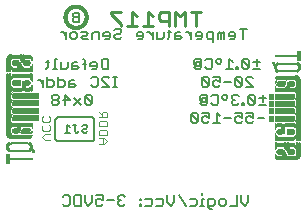
<source format=gbr>
G04 EAGLE Gerber RS-274X export*
G75*
%MOMM*%
%FSLAX34Y34*%
%LPD*%
%INSilkscreen Bottom*%
%IPPOS*%
%AMOC8*
5,1,8,0,0,1.08239X$1,22.5*%
G01*
%ADD10C,0.228600*%
%ADD11C,0.152400*%
%ADD12C,0.127000*%
%ADD13C,0.101600*%
%ADD14C,0.304800*%
%ADD15C,0.203200*%
%ADD16R,0.022863X0.462278*%
%ADD17R,0.022863X0.462281*%
%ADD18R,0.022863X0.436881*%
%ADD19R,0.023113X0.462278*%
%ADD20R,0.023113X0.462281*%
%ADD21R,0.023113X0.436881*%
%ADD22R,0.023116X0.462278*%
%ADD23R,0.023116X0.462281*%
%ADD24R,0.023116X0.436881*%
%ADD25R,0.023113X0.022863*%
%ADD26R,0.023116X0.091441*%
%ADD27R,0.023113X0.139700*%
%ADD28R,0.023116X0.185419*%
%ADD29R,0.023113X0.254000*%
%ADD30R,0.023113X0.299719*%
%ADD31R,0.023116X0.345438*%
%ADD32R,0.023113X0.391159*%
%ADD33R,0.023116X0.393700*%
%ADD34R,0.022863X0.325119*%
%ADD35R,0.022863X0.599438*%
%ADD36R,0.022863X0.622300*%
%ADD37R,0.022863X0.530859*%
%ADD38R,0.022863X0.439422*%
%ADD39R,0.022863X0.231138*%
%ADD40R,0.022863X0.071119*%
%ADD41R,0.022863X0.533400*%
%ADD42R,0.022863X0.208281*%
%ADD43R,0.023113X0.345441*%
%ADD44R,0.023113X0.576578*%
%ADD45R,0.023113X0.599438*%
%ADD46R,0.023113X0.508000*%
%ADD47R,0.023113X0.416563*%
%ADD48R,0.023113X0.208278*%
%ADD49R,0.023113X0.553722*%
%ADD50R,0.023113X0.208281*%
%ADD51R,0.023116X0.345441*%
%ADD52R,0.023116X0.530859*%
%ADD53R,0.023116X0.370841*%
%ADD54R,0.023116X0.162559*%
%ADD55R,0.023116X0.576581*%
%ADD56R,0.023116X0.208281*%
%ADD57R,0.023113X0.322578*%
%ADD58R,0.023113X0.485137*%
%ADD59R,0.023113X0.416559*%
%ADD60R,0.023113X0.347981*%
%ADD61R,0.023113X0.116838*%
%ADD62R,0.023113X0.647700*%
%ADD63R,0.023116X0.322581*%
%ADD64R,0.023116X0.485137*%
%ADD65R,0.023116X0.093978*%
%ADD66R,0.023116X0.231141*%
%ADD67R,0.023116X0.693419*%
%ADD68R,0.023113X0.322581*%
%ADD69R,0.023113X0.439419*%
%ADD70R,0.023113X0.370841*%
%ADD71R,0.023113X0.299722*%
%ADD72R,0.023113X0.045719*%
%ADD73R,0.023113X0.739138*%
%ADD74R,0.023113X0.414019*%
%ADD75R,0.023113X0.347978*%
%ADD76R,0.023113X0.762000*%
%ADD77R,0.023116X0.414019*%
%ADD78R,0.023116X0.182881*%
%ADD79R,0.023116X0.347978*%
%ADD80R,0.023116X0.276863*%
%ADD81R,0.023116X0.116841*%
%ADD82R,0.023116X0.276859*%
%ADD83R,0.023116X0.784863*%
%ADD84R,0.023113X0.325119*%
%ADD85R,0.023113X0.276863*%
%ADD86R,0.023113X0.276859*%
%ADD87R,0.023116X0.325119*%
%ADD88R,0.023116X0.391159*%
%ADD89R,0.023116X0.302259*%
%ADD90R,0.023116X0.254000*%
%ADD91R,0.023113X0.302259*%
%ADD92R,0.023113X0.393700*%
%ADD93R,0.023113X0.231141*%
%ADD94R,0.022863X0.302259*%
%ADD95R,0.022863X0.439419*%
%ADD96R,0.022863X0.368300*%
%ADD97R,0.022863X0.391159*%
%ADD98R,0.022863X0.416559*%
%ADD99R,0.022863X0.276863*%
%ADD100R,0.022863X0.205741*%
%ADD101R,0.023113X0.368300*%
%ADD102R,0.023113X0.205741*%
%ADD103R,0.023116X0.368300*%
%ADD104R,0.023116X0.205741*%
%ADD105R,0.023113X0.182881*%
%ADD106R,0.022863X0.276859*%
%ADD107R,0.022863X0.182881*%
%ADD108R,0.023113X0.924559*%
%ADD109R,0.023116X0.924559*%
%ADD110R,0.023113X0.901700*%
%ADD111R,0.023116X0.901700*%
%ADD112R,0.023113X0.878841*%
%ADD113R,0.023116X0.855981*%
%ADD114R,0.023113X0.833119*%
%ADD115R,0.022863X0.787400*%
%ADD116R,0.022863X0.414019*%
%ADD117R,0.022863X0.924559*%
%ADD118R,0.023113X0.739141*%
%ADD119R,0.023116X0.716281*%
%ADD120R,0.023116X0.299722*%
%ADD121R,0.023113X0.670559*%
%ADD122R,0.023116X0.647700*%
%ADD123R,0.023116X0.508000*%
%ADD124R,0.023116X0.299719*%
%ADD125R,0.023113X0.601981*%
%ADD126R,0.023113X0.530859*%
%ADD127R,0.023113X0.231138*%
%ADD128R,0.023113X0.556259*%
%ADD129R,0.023113X0.185419*%
%ADD130R,0.023116X0.533400*%
%ADD131R,0.023116X0.599438*%
%ADD132R,0.023116X0.416563*%
%ADD133R,0.023116X0.116838*%
%ADD134R,0.023113X0.485141*%
%ADD135R,0.023113X0.645159*%
%ADD136R,0.023113X0.716278*%
%ADD137R,0.022863X0.393700*%
%ADD138R,0.022863X0.762000*%
%ADD139R,0.022863X0.624841*%
%ADD140R,0.023113X0.784859*%
%ADD141R,0.023113X0.693422*%
%ADD142R,0.023116X0.830578*%
%ADD143R,0.023116X0.739141*%
%ADD144R,0.023113X0.876300*%
%ADD145R,0.023113X0.807722*%
%ADD146R,0.023116X0.899159*%
%ADD147R,0.023116X0.878841*%
%ADD148R,0.023113X0.922019*%
%ADD149R,0.023113X0.947419*%
%ADD150R,0.023116X0.970278*%
%ADD151R,0.023113X0.970278*%
%ADD152R,0.023116X0.439419*%
%ADD153R,0.022863X0.299722*%
%ADD154R,0.023116X0.416559*%
%ADD155R,0.023116X0.347981*%
%ADD156R,0.023113X0.137159*%
%ADD157R,0.023113X0.093978*%
%ADD158R,0.023113X0.091441*%
%ADD159R,0.023113X0.093981*%
%ADD160R,0.023113X0.114300*%
%ADD161R,0.023116X0.045719*%
%ADD162R,0.023116X0.045722*%
%ADD163R,0.023113X0.071119*%
%ADD164R,0.023113X0.116841*%
%ADD165R,0.023116X0.139700*%
%ADD166R,0.022863X0.322581*%
%ADD167R,0.022863X0.345441*%
%ADD168R,0.022863X0.162559*%
%ADD169R,0.022863X0.576581*%
%ADD170R,0.023113X0.668019*%
%ADD171R,0.023113X0.533400*%
%ADD172R,0.023116X1.455419*%
%ADD173R,0.023116X5.519419*%
%ADD174R,0.023113X1.455419*%
%ADD175R,0.023113X5.519419*%
%ADD176R,0.023116X5.494019*%
%ADD177R,0.023113X1.430019*%
%ADD178R,0.023113X5.494019*%
%ADD179R,0.023116X1.430019*%
%ADD180R,0.023116X5.471159*%
%ADD181R,0.023116X0.762000*%
%ADD182R,0.023113X1.407159*%
%ADD183R,0.023113X5.471159*%
%ADD184R,0.022863X1.384300*%
%ADD185R,0.022863X5.448300*%
%ADD186R,0.022863X0.716278*%
%ADD187R,0.022863X0.878841*%
%ADD188R,0.023113X1.361438*%
%ADD189R,0.023113X5.425438*%
%ADD190R,0.023116X1.338578*%
%ADD191R,0.023116X5.402578*%
%ADD192R,0.023116X0.624841*%
%ADD193R,0.023113X1.292859*%
%ADD194R,0.023113X5.356859*%
%ADD195R,0.023116X1.224278*%
%ADD196R,0.023116X5.288278*%


D10*
X162400Y157607D02*
X162400Y170064D01*
X166552Y170064D02*
X158248Y170064D01*
X152987Y170064D02*
X152987Y157607D01*
X148835Y165911D02*
X152987Y170064D01*
X148835Y165911D02*
X144683Y170064D01*
X144683Y157607D01*
X139422Y157607D02*
X139422Y170064D01*
X133194Y170064D01*
X131118Y167988D01*
X131118Y163835D01*
X133194Y161759D01*
X139422Y161759D01*
X125857Y165911D02*
X121705Y170064D01*
X121705Y157607D01*
X125857Y157607D02*
X117553Y157607D01*
X112292Y165911D02*
X108140Y170064D01*
X108140Y157607D01*
X112292Y157607D02*
X103988Y157607D01*
X98727Y170064D02*
X90423Y170064D01*
X90423Y167988D01*
X98727Y159683D01*
X98727Y157607D01*
D11*
X202386Y155455D02*
X202386Y146812D01*
X205267Y155455D02*
X199505Y155455D01*
X194471Y146812D02*
X191590Y146812D01*
X194471Y146812D02*
X195912Y148253D01*
X195912Y151134D01*
X194471Y152574D01*
X191590Y152574D01*
X190149Y151134D01*
X190149Y149693D01*
X195912Y149693D01*
X186556Y146812D02*
X186556Y152574D01*
X185116Y152574D01*
X183675Y151134D01*
X183675Y146812D01*
X183675Y151134D02*
X182235Y152574D01*
X180794Y151134D01*
X180794Y146812D01*
X177201Y143931D02*
X177201Y152574D01*
X172880Y152574D01*
X171439Y151134D01*
X171439Y148253D01*
X172880Y146812D01*
X177201Y146812D01*
X166405Y146812D02*
X163524Y146812D01*
X166405Y146812D02*
X167846Y148253D01*
X167846Y151134D01*
X166405Y152574D01*
X163524Y152574D01*
X162084Y151134D01*
X162084Y149693D01*
X167846Y149693D01*
X158491Y146812D02*
X158491Y152574D01*
X158491Y149693D02*
X155610Y152574D01*
X154169Y152574D01*
X149254Y152574D02*
X146373Y152574D01*
X144933Y151134D01*
X144933Y146812D01*
X149254Y146812D01*
X150695Y148253D01*
X149254Y149693D01*
X144933Y149693D01*
X139899Y148253D02*
X139899Y154015D01*
X139899Y148253D02*
X138459Y146812D01*
X138459Y152574D02*
X141340Y152574D01*
X135103Y152574D02*
X135103Y148253D01*
X133662Y146812D01*
X129341Y146812D01*
X129341Y152574D01*
X125748Y152574D02*
X125748Y146812D01*
X125748Y149693D02*
X122867Y152574D01*
X121426Y152574D01*
X116511Y146812D02*
X113630Y146812D01*
X116511Y146812D02*
X117952Y148253D01*
X117952Y151134D01*
X116511Y152574D01*
X113630Y152574D01*
X112189Y151134D01*
X112189Y149693D01*
X117952Y149693D01*
X94920Y155455D02*
X93479Y154015D01*
X94920Y155455D02*
X97801Y155455D01*
X99241Y154015D01*
X99241Y152574D01*
X97801Y151134D01*
X94920Y151134D01*
X93479Y149693D01*
X93479Y148253D01*
X94920Y146812D01*
X97801Y146812D01*
X99241Y148253D01*
X88446Y146812D02*
X85564Y146812D01*
X88446Y146812D02*
X89886Y148253D01*
X89886Y151134D01*
X88446Y152574D01*
X85564Y152574D01*
X84124Y151134D01*
X84124Y149693D01*
X89886Y149693D01*
X80531Y146812D02*
X80531Y152574D01*
X76209Y152574D01*
X74769Y151134D01*
X74769Y146812D01*
X71176Y146812D02*
X66854Y146812D01*
X65414Y148253D01*
X66854Y149693D01*
X69735Y149693D01*
X71176Y151134D01*
X69735Y152574D01*
X65414Y152574D01*
X60380Y146812D02*
X57499Y146812D01*
X56058Y148253D01*
X56058Y151134D01*
X57499Y152574D01*
X60380Y152574D01*
X61821Y151134D01*
X61821Y148253D01*
X60380Y146812D01*
X52465Y146812D02*
X52465Y152574D01*
X52465Y149693D02*
X49584Y152574D01*
X48144Y152574D01*
D12*
X206664Y14613D02*
X206664Y8681D01*
X203698Y5715D01*
X200732Y8681D01*
X200732Y14613D01*
X197309Y14613D02*
X197309Y5715D01*
X191377Y5715D01*
X186470Y5715D02*
X183505Y5715D01*
X182022Y7198D01*
X182022Y10164D01*
X183505Y11647D01*
X186470Y11647D01*
X187953Y10164D01*
X187953Y7198D01*
X186470Y5715D01*
X175632Y2749D02*
X174149Y2749D01*
X172666Y4232D01*
X172666Y11647D01*
X177115Y11647D01*
X178598Y10164D01*
X178598Y7198D01*
X177115Y5715D01*
X172666Y5715D01*
X169243Y11647D02*
X167760Y11647D01*
X167760Y5715D01*
X169243Y5715D02*
X166277Y5715D01*
X167760Y14613D02*
X167760Y16096D01*
X161523Y11647D02*
X157075Y11647D01*
X161523Y11647D02*
X163006Y10164D01*
X163006Y7198D01*
X161523Y5715D01*
X157075Y5715D01*
X153651Y5715D02*
X147719Y14613D01*
X144296Y14613D02*
X144296Y8681D01*
X141330Y5715D01*
X138364Y8681D01*
X138364Y14613D01*
X133458Y11647D02*
X129009Y11647D01*
X133458Y11647D02*
X134941Y10164D01*
X134941Y7198D01*
X133458Y5715D01*
X129009Y5715D01*
X124103Y11647D02*
X119654Y11647D01*
X124103Y11647D02*
X125585Y10164D01*
X125585Y7198D01*
X124103Y5715D01*
X119654Y5715D01*
X116230Y11647D02*
X114747Y11647D01*
X114747Y10164D01*
X116230Y10164D01*
X116230Y11647D01*
X116230Y7198D02*
X114747Y7198D01*
X114747Y5715D01*
X116230Y5715D01*
X116230Y7198D01*
X102198Y13130D02*
X100715Y14613D01*
X97749Y14613D01*
X96266Y13130D01*
X96266Y11647D01*
X97749Y10164D01*
X99232Y10164D01*
X97749Y10164D02*
X96266Y8681D01*
X96266Y7198D01*
X97749Y5715D01*
X100715Y5715D01*
X102198Y7198D01*
X92842Y10164D02*
X86911Y10164D01*
X83487Y14613D02*
X77555Y14613D01*
X83487Y14613D02*
X83487Y10164D01*
X80521Y11647D01*
X79038Y11647D01*
X77555Y10164D01*
X77555Y7198D01*
X79038Y5715D01*
X82004Y5715D01*
X83487Y7198D01*
X74132Y8681D02*
X74132Y14613D01*
X74132Y8681D02*
X71166Y5715D01*
X68200Y8681D01*
X68200Y14613D01*
X64777Y14613D02*
X64777Y5715D01*
X60328Y5715D01*
X58845Y7198D01*
X58845Y13130D01*
X60328Y14613D01*
X64777Y14613D01*
X50973Y14613D02*
X49490Y13130D01*
X50973Y14613D02*
X53939Y14613D01*
X55422Y13130D01*
X55422Y7198D01*
X53939Y5715D01*
X50973Y5715D01*
X49490Y7198D01*
D13*
X80264Y57930D02*
X85009Y57930D01*
X87382Y60302D01*
X85009Y62675D01*
X80264Y62675D01*
X83823Y62675D02*
X83823Y57930D01*
X87382Y65414D02*
X80264Y65414D01*
X80264Y68973D01*
X81450Y70159D01*
X86196Y70159D01*
X87382Y68973D01*
X87382Y65414D01*
X87382Y72898D02*
X80264Y72898D01*
X80264Y76457D01*
X81450Y77643D01*
X86196Y77643D01*
X87382Y76457D01*
X87382Y72898D01*
X87382Y80382D02*
X80264Y80382D01*
X87382Y80382D02*
X87382Y83941D01*
X86196Y85128D01*
X83823Y85128D01*
X82637Y83941D01*
X82637Y80382D01*
X82637Y82755D02*
X80264Y85128D01*
X39122Y61672D02*
X34377Y61672D01*
X32004Y64044D01*
X34377Y66417D01*
X39122Y66417D01*
X39122Y72715D02*
X37936Y73901D01*
X39122Y72715D02*
X39122Y70342D01*
X37936Y69156D01*
X33190Y69156D01*
X32004Y70342D01*
X32004Y72715D01*
X33190Y73901D01*
X39122Y80199D02*
X37936Y81385D01*
X39122Y80199D02*
X39122Y77826D01*
X37936Y76640D01*
X33190Y76640D01*
X32004Y77826D01*
X32004Y80199D01*
X33190Y81385D01*
D11*
X211061Y121412D02*
X216823Y121412D01*
X216823Y127174D02*
X211061Y127174D01*
X213942Y130055D02*
X213942Y124293D01*
X207468Y122853D02*
X207468Y128615D01*
X206027Y130055D01*
X203146Y130055D01*
X201705Y128615D01*
X201705Y122853D01*
X203146Y121412D01*
X206027Y121412D01*
X207468Y122853D01*
X201705Y128615D01*
X198112Y122853D02*
X198112Y121412D01*
X198112Y122853D02*
X196672Y122853D01*
X196672Y121412D01*
X198112Y121412D01*
X193435Y127174D02*
X190554Y130055D01*
X190554Y121412D01*
X193435Y121412D02*
X187673Y121412D01*
X182639Y130055D02*
X181199Y130055D01*
X179758Y128615D01*
X179758Y127174D01*
X181199Y125734D01*
X182639Y125734D01*
X184080Y127174D01*
X184080Y128615D01*
X182639Y130055D01*
X171962Y130055D02*
X170521Y128615D01*
X171962Y130055D02*
X174843Y130055D01*
X176284Y128615D01*
X176284Y122853D01*
X174843Y121412D01*
X171962Y121412D01*
X170521Y122853D01*
X162607Y121412D02*
X161166Y122853D01*
X162607Y121412D02*
X165488Y121412D01*
X166928Y122853D01*
X166928Y128615D01*
X165488Y130055D01*
X162607Y130055D01*
X161166Y128615D01*
X161166Y125734D01*
X162607Y124293D01*
X165488Y124293D01*
X165488Y127174D01*
X162607Y127174D01*
X162607Y124293D01*
X204824Y106172D02*
X210586Y106172D01*
X204824Y111934D01*
X204824Y113375D01*
X206264Y114815D01*
X209145Y114815D01*
X210586Y113375D01*
X201231Y113375D02*
X201231Y107613D01*
X201231Y113375D02*
X199790Y114815D01*
X196909Y114815D01*
X195469Y113375D01*
X195469Y107613D01*
X196909Y106172D01*
X199790Y106172D01*
X201231Y107613D01*
X195469Y113375D01*
X191876Y110494D02*
X186113Y110494D01*
X182520Y114815D02*
X176758Y114815D01*
X182520Y114815D02*
X182520Y110494D01*
X179639Y111934D01*
X178199Y111934D01*
X176758Y110494D01*
X176758Y107613D01*
X178199Y106172D01*
X181080Y106172D01*
X182520Y107613D01*
X173165Y107613D02*
X173165Y113375D01*
X171725Y114815D01*
X168844Y114815D01*
X167403Y113375D01*
X167403Y107613D01*
X168844Y106172D01*
X171725Y106172D01*
X173165Y107613D01*
X167403Y113375D01*
X216141Y90932D02*
X221903Y90932D01*
X221903Y96694D02*
X216141Y96694D01*
X219022Y99575D02*
X219022Y93813D01*
X212548Y92373D02*
X212548Y98135D01*
X211107Y99575D01*
X208226Y99575D01*
X206785Y98135D01*
X206785Y92373D01*
X208226Y90932D01*
X211107Y90932D01*
X212548Y92373D01*
X206785Y98135D01*
X203192Y92373D02*
X203192Y90932D01*
X203192Y92373D02*
X201752Y92373D01*
X201752Y90932D01*
X203192Y90932D01*
X198515Y98135D02*
X197074Y99575D01*
X194193Y99575D01*
X192753Y98135D01*
X192753Y96694D01*
X194193Y95254D01*
X195634Y95254D01*
X194193Y95254D02*
X192753Y93813D01*
X192753Y92373D01*
X194193Y90932D01*
X197074Y90932D01*
X198515Y92373D01*
X187719Y99575D02*
X186279Y99575D01*
X184838Y98135D01*
X184838Y96694D01*
X186279Y95254D01*
X187719Y95254D01*
X189160Y96694D01*
X189160Y98135D01*
X187719Y99575D01*
X177042Y99575D02*
X175601Y98135D01*
X177042Y99575D02*
X179923Y99575D01*
X181364Y98135D01*
X181364Y92373D01*
X179923Y90932D01*
X177042Y90932D01*
X175601Y92373D01*
X167687Y90932D02*
X166246Y92373D01*
X167687Y90932D02*
X170568Y90932D01*
X172008Y92373D01*
X172008Y98135D01*
X170568Y99575D01*
X167687Y99575D01*
X166246Y98135D01*
X166246Y95254D01*
X167687Y93813D01*
X170568Y93813D01*
X170568Y96694D01*
X167687Y96694D01*
X167687Y93813D01*
X214581Y80014D02*
X220344Y80014D01*
X210988Y84335D02*
X205226Y84335D01*
X210988Y84335D02*
X210988Y80014D01*
X208107Y81454D01*
X206667Y81454D01*
X205226Y80014D01*
X205226Y77133D01*
X206667Y75692D01*
X209548Y75692D01*
X210988Y77133D01*
X201633Y84335D02*
X195871Y84335D01*
X201633Y84335D02*
X201633Y80014D01*
X198752Y81454D01*
X197312Y81454D01*
X195871Y80014D01*
X195871Y77133D01*
X197312Y75692D01*
X200193Y75692D01*
X201633Y77133D01*
X192278Y80014D02*
X186516Y80014D01*
X182923Y81454D02*
X180042Y84335D01*
X180042Y75692D01*
X182923Y75692D02*
X177161Y75692D01*
X173568Y84335D02*
X167805Y84335D01*
X173568Y84335D02*
X173568Y80014D01*
X170687Y81454D01*
X169246Y81454D01*
X167805Y80014D01*
X167805Y77133D01*
X169246Y75692D01*
X172127Y75692D01*
X173568Y77133D01*
X164212Y77133D02*
X164212Y82895D01*
X162772Y84335D01*
X159891Y84335D01*
X158450Y82895D01*
X158450Y77133D01*
X159891Y75692D01*
X162772Y75692D01*
X164212Y77133D01*
X158450Y82895D01*
X88264Y121412D02*
X88264Y130055D01*
X88264Y121412D02*
X83942Y121412D01*
X82501Y122853D01*
X82501Y128615D01*
X83942Y130055D01*
X88264Y130055D01*
X77468Y121412D02*
X74587Y121412D01*
X77468Y121412D02*
X78908Y122853D01*
X78908Y125734D01*
X77468Y127174D01*
X74587Y127174D01*
X73146Y125734D01*
X73146Y124293D01*
X78908Y124293D01*
X68113Y121412D02*
X68113Y128615D01*
X66672Y130055D01*
X66672Y125734D02*
X69553Y125734D01*
X61876Y127174D02*
X58995Y127174D01*
X57554Y125734D01*
X57554Y121412D01*
X61876Y121412D01*
X63316Y122853D01*
X61876Y124293D01*
X57554Y124293D01*
X53961Y122853D02*
X53961Y127174D01*
X53961Y122853D02*
X52521Y121412D01*
X48199Y121412D01*
X48199Y127174D01*
X44606Y130055D02*
X43165Y130055D01*
X43165Y121412D01*
X41725Y121412D02*
X44606Y121412D01*
X36929Y122853D02*
X36929Y128615D01*
X36929Y122853D02*
X35488Y121412D01*
X35488Y127174D02*
X38369Y127174D01*
X92399Y106172D02*
X95280Y106172D01*
X93839Y106172D02*
X93839Y114815D01*
X92399Y114815D02*
X95280Y114815D01*
X89043Y106172D02*
X83281Y106172D01*
X89043Y106172D02*
X83281Y111934D01*
X83281Y113375D01*
X84722Y114815D01*
X87603Y114815D01*
X89043Y113375D01*
X75366Y114815D02*
X73926Y113375D01*
X75366Y114815D02*
X78247Y114815D01*
X79688Y113375D01*
X79688Y107613D01*
X78247Y106172D01*
X75366Y106172D01*
X73926Y107613D01*
X59537Y111934D02*
X56656Y111934D01*
X55215Y110494D01*
X55215Y106172D01*
X59537Y106172D01*
X60978Y107613D01*
X59537Y109053D01*
X55215Y109053D01*
X45860Y106172D02*
X45860Y114815D01*
X45860Y106172D02*
X50182Y106172D01*
X51622Y107613D01*
X51622Y110494D01*
X50182Y111934D01*
X45860Y111934D01*
X36505Y114815D02*
X36505Y106172D01*
X40827Y106172D01*
X42267Y107613D01*
X42267Y110494D01*
X40827Y111934D01*
X36505Y111934D01*
X32912Y111934D02*
X32912Y106172D01*
X32912Y109053D02*
X30031Y111934D01*
X28590Y111934D01*
X74231Y98135D02*
X74231Y92373D01*
X74231Y98135D02*
X72790Y99575D01*
X69909Y99575D01*
X68469Y98135D01*
X68469Y92373D01*
X69909Y90932D01*
X72790Y90932D01*
X74231Y92373D01*
X68469Y98135D01*
X64876Y96694D02*
X59113Y90932D01*
X59113Y96694D02*
X64876Y90932D01*
X51199Y90932D02*
X51199Y99575D01*
X55520Y95254D01*
X49758Y95254D01*
X46165Y98135D02*
X44725Y99575D01*
X41844Y99575D01*
X40403Y98135D01*
X40403Y96694D01*
X41844Y95254D01*
X40403Y93813D01*
X40403Y92373D01*
X41844Y90932D01*
X44725Y90932D01*
X46165Y92373D01*
X46165Y93813D01*
X44725Y95254D01*
X46165Y96694D01*
X46165Y98135D01*
X44725Y95254D02*
X41844Y95254D01*
D14*
X51980Y165100D02*
X51983Y165320D01*
X51991Y165541D01*
X52004Y165761D01*
X52023Y165980D01*
X52048Y166199D01*
X52077Y166418D01*
X52112Y166635D01*
X52153Y166852D01*
X52198Y167068D01*
X52249Y167282D01*
X52305Y167495D01*
X52367Y167707D01*
X52433Y167917D01*
X52505Y168125D01*
X52582Y168332D01*
X52664Y168536D01*
X52750Y168739D01*
X52842Y168939D01*
X52939Y169138D01*
X53040Y169333D01*
X53147Y169526D01*
X53258Y169717D01*
X53373Y169904D01*
X53493Y170089D01*
X53618Y170271D01*
X53747Y170449D01*
X53881Y170625D01*
X54018Y170797D01*
X54160Y170965D01*
X54306Y171131D01*
X54456Y171292D01*
X54610Y171450D01*
X54768Y171604D01*
X54929Y171754D01*
X55095Y171900D01*
X55263Y172042D01*
X55435Y172179D01*
X55611Y172313D01*
X55789Y172442D01*
X55971Y172567D01*
X56156Y172687D01*
X56343Y172802D01*
X56534Y172913D01*
X56727Y173020D01*
X56922Y173121D01*
X57121Y173218D01*
X57321Y173310D01*
X57524Y173396D01*
X57728Y173478D01*
X57935Y173555D01*
X58143Y173627D01*
X58353Y173693D01*
X58565Y173755D01*
X58778Y173811D01*
X58992Y173862D01*
X59208Y173907D01*
X59425Y173948D01*
X59642Y173983D01*
X59861Y174012D01*
X60080Y174037D01*
X60299Y174056D01*
X60519Y174069D01*
X60740Y174077D01*
X60960Y174080D01*
X61180Y174077D01*
X61401Y174069D01*
X61621Y174056D01*
X61840Y174037D01*
X62059Y174012D01*
X62278Y173983D01*
X62495Y173948D01*
X62712Y173907D01*
X62928Y173862D01*
X63142Y173811D01*
X63355Y173755D01*
X63567Y173693D01*
X63777Y173627D01*
X63985Y173555D01*
X64192Y173478D01*
X64396Y173396D01*
X64599Y173310D01*
X64799Y173218D01*
X64998Y173121D01*
X65193Y173020D01*
X65386Y172913D01*
X65577Y172802D01*
X65764Y172687D01*
X65949Y172567D01*
X66131Y172442D01*
X66309Y172313D01*
X66485Y172179D01*
X66657Y172042D01*
X66825Y171900D01*
X66991Y171754D01*
X67152Y171604D01*
X67310Y171450D01*
X67464Y171292D01*
X67614Y171131D01*
X67760Y170965D01*
X67902Y170797D01*
X68039Y170625D01*
X68173Y170449D01*
X68302Y170271D01*
X68427Y170089D01*
X68547Y169904D01*
X68662Y169717D01*
X68773Y169526D01*
X68880Y169333D01*
X68981Y169138D01*
X69078Y168939D01*
X69170Y168739D01*
X69256Y168536D01*
X69338Y168332D01*
X69415Y168125D01*
X69487Y167917D01*
X69553Y167707D01*
X69615Y167495D01*
X69671Y167282D01*
X69722Y167068D01*
X69767Y166852D01*
X69808Y166635D01*
X69843Y166418D01*
X69872Y166199D01*
X69897Y165980D01*
X69916Y165761D01*
X69929Y165541D01*
X69937Y165320D01*
X69940Y165100D01*
X69937Y164880D01*
X69929Y164659D01*
X69916Y164439D01*
X69897Y164220D01*
X69872Y164001D01*
X69843Y163782D01*
X69808Y163565D01*
X69767Y163348D01*
X69722Y163132D01*
X69671Y162918D01*
X69615Y162705D01*
X69553Y162493D01*
X69487Y162283D01*
X69415Y162075D01*
X69338Y161868D01*
X69256Y161664D01*
X69170Y161461D01*
X69078Y161261D01*
X68981Y161062D01*
X68880Y160867D01*
X68773Y160674D01*
X68662Y160483D01*
X68547Y160296D01*
X68427Y160111D01*
X68302Y159929D01*
X68173Y159751D01*
X68039Y159575D01*
X67902Y159403D01*
X67760Y159235D01*
X67614Y159069D01*
X67464Y158908D01*
X67310Y158750D01*
X67152Y158596D01*
X66991Y158446D01*
X66825Y158300D01*
X66657Y158158D01*
X66485Y158021D01*
X66309Y157887D01*
X66131Y157758D01*
X65949Y157633D01*
X65764Y157513D01*
X65577Y157398D01*
X65386Y157287D01*
X65193Y157180D01*
X64998Y157079D01*
X64799Y156982D01*
X64599Y156890D01*
X64396Y156804D01*
X64192Y156722D01*
X63985Y156645D01*
X63777Y156573D01*
X63567Y156507D01*
X63355Y156445D01*
X63142Y156389D01*
X62928Y156338D01*
X62712Y156293D01*
X62495Y156252D01*
X62278Y156217D01*
X62059Y156188D01*
X61840Y156163D01*
X61621Y156144D01*
X61401Y156131D01*
X61180Y156123D01*
X60960Y156120D01*
X60740Y156123D01*
X60519Y156131D01*
X60299Y156144D01*
X60080Y156163D01*
X59861Y156188D01*
X59642Y156217D01*
X59425Y156252D01*
X59208Y156293D01*
X58992Y156338D01*
X58778Y156389D01*
X58565Y156445D01*
X58353Y156507D01*
X58143Y156573D01*
X57935Y156645D01*
X57728Y156722D01*
X57524Y156804D01*
X57321Y156890D01*
X57121Y156982D01*
X56922Y157079D01*
X56727Y157180D01*
X56534Y157287D01*
X56343Y157398D01*
X56156Y157513D01*
X55971Y157633D01*
X55789Y157758D01*
X55611Y157887D01*
X55435Y158021D01*
X55263Y158158D01*
X55095Y158300D01*
X54929Y158446D01*
X54768Y158596D01*
X54610Y158750D01*
X54456Y158908D01*
X54306Y159069D01*
X54160Y159235D01*
X54018Y159403D01*
X53881Y159575D01*
X53747Y159751D01*
X53618Y159929D01*
X53493Y160111D01*
X53373Y160296D01*
X53258Y160483D01*
X53147Y160674D01*
X53040Y160867D01*
X52939Y161062D01*
X52842Y161261D01*
X52750Y161461D01*
X52664Y161664D01*
X52582Y161868D01*
X52505Y162075D01*
X52433Y162283D01*
X52367Y162493D01*
X52305Y162705D01*
X52249Y162918D01*
X52198Y163132D01*
X52153Y163348D01*
X52112Y163565D01*
X52077Y163782D01*
X52048Y164001D01*
X52023Y164220D01*
X52004Y164439D01*
X51991Y164659D01*
X51983Y164880D01*
X51980Y165100D01*
D15*
X63500Y161036D02*
X63500Y169171D01*
X59433Y169171D01*
X58077Y167815D01*
X58077Y166459D01*
X59433Y165103D01*
X58077Y163748D01*
X58077Y162392D01*
X59433Y161036D01*
X63500Y161036D01*
X63500Y165103D02*
X59433Y165103D01*
D16*
X224790Y79197D03*
D17*
X224790Y85446D03*
X224790Y91669D03*
D18*
X224790Y98019D03*
D19*
X225020Y79197D03*
D20*
X225020Y85446D03*
X225020Y91669D03*
D21*
X225020Y98019D03*
D22*
X225251Y79197D03*
D23*
X225251Y85446D03*
X225251Y91669D03*
D24*
X225251Y98019D03*
D19*
X225482Y79197D03*
D20*
X225482Y85446D03*
X225482Y91669D03*
D21*
X225482Y98019D03*
D22*
X225713Y79197D03*
D23*
X225713Y85446D03*
X225713Y91669D03*
D24*
X225713Y98019D03*
D19*
X225944Y79197D03*
D20*
X225944Y85446D03*
X225944Y91669D03*
D21*
X225944Y98019D03*
D19*
X226176Y79197D03*
D20*
X226176Y85446D03*
X226176Y91669D03*
D21*
X226176Y98019D03*
D22*
X226407Y79197D03*
D23*
X226407Y85446D03*
X226407Y91669D03*
D24*
X226407Y98019D03*
D19*
X226638Y79197D03*
D20*
X226638Y85446D03*
X226638Y91669D03*
D21*
X226638Y98019D03*
D22*
X226869Y79197D03*
D23*
X226869Y85446D03*
X226869Y91669D03*
D24*
X226869Y98019D03*
D19*
X227100Y79197D03*
D20*
X227100Y85446D03*
X227100Y91669D03*
D21*
X227100Y98019D03*
D16*
X227330Y79197D03*
D17*
X227330Y85446D03*
X227330Y91669D03*
D18*
X227330Y98019D03*
D19*
X227560Y79197D03*
D20*
X227560Y85446D03*
X227560Y91669D03*
D21*
X227560Y98019D03*
D25*
X227560Y126429D03*
D22*
X227791Y79197D03*
D23*
X227791Y85446D03*
X227791Y91669D03*
D24*
X227791Y98019D03*
D26*
X227791Y126314D03*
D19*
X228022Y79197D03*
D20*
X228022Y85446D03*
X228022Y91669D03*
D21*
X228022Y98019D03*
D27*
X228022Y126073D03*
D22*
X228253Y79197D03*
D23*
X228253Y85446D03*
X228253Y91669D03*
D24*
X228253Y98019D03*
D28*
X228253Y126073D03*
D19*
X228484Y79197D03*
D20*
X228484Y85446D03*
X228484Y91669D03*
D21*
X228484Y98019D03*
D29*
X228484Y125959D03*
D19*
X228716Y79197D03*
D20*
X228716Y85446D03*
X228716Y91669D03*
D21*
X228716Y98019D03*
D30*
X228716Y125730D03*
D22*
X228947Y79197D03*
D23*
X228947Y85446D03*
X228947Y91669D03*
D24*
X228947Y98019D03*
D31*
X228947Y125730D03*
D32*
X229178Y125501D03*
D33*
X229409Y125032D03*
D19*
X229640Y124003D03*
D34*
X229870Y48031D03*
D35*
X229870Y55880D03*
D36*
X229870Y63614D03*
D37*
X229870Y72631D03*
D16*
X229870Y79197D03*
D17*
X229870Y85446D03*
X229870Y91669D03*
D18*
X229870Y98019D03*
D38*
X229870Y104254D03*
D39*
X229870Y109919D03*
D40*
X229870Y113030D03*
D41*
X229870Y123190D03*
D42*
X229870Y132436D03*
D43*
X230100Y47676D03*
D44*
X230100Y55994D03*
D45*
X230100Y63500D03*
D46*
X230100Y72746D03*
D19*
X230100Y79197D03*
D20*
X230100Y85446D03*
X230100Y91669D03*
D21*
X230100Y98019D03*
D47*
X230100Y104140D03*
D48*
X230100Y110033D03*
D27*
X230100Y113373D03*
D49*
X230100Y122606D03*
D50*
X230100Y132436D03*
D51*
X230331Y47219D03*
D52*
X230331Y56223D03*
X230331Y63157D03*
D22*
X230331Y72974D03*
X230331Y79197D03*
D23*
X230331Y85446D03*
X230331Y91669D03*
D24*
X230331Y98019D03*
D53*
X230331Y103911D03*
D54*
X230331Y110261D03*
D28*
X230331Y113602D03*
D55*
X230331Y122492D03*
D56*
X230331Y132436D03*
D57*
X230562Y46876D03*
D58*
X230562Y56452D03*
D46*
X230562Y63043D03*
D59*
X230562Y73203D03*
D19*
X230562Y79197D03*
D20*
X230562Y85446D03*
X230562Y91669D03*
D21*
X230562Y98019D03*
D60*
X230562Y103797D03*
D61*
X230562Y110490D03*
D48*
X230562Y113716D03*
D62*
X230562Y122619D03*
D50*
X230562Y132436D03*
D63*
X230793Y46647D03*
D22*
X230793Y56566D03*
D64*
X230793Y62929D03*
D33*
X230793Y73317D03*
D22*
X230793Y79197D03*
D23*
X230793Y85446D03*
X230793Y91669D03*
D24*
X230793Y98019D03*
D63*
X230793Y103670D03*
D65*
X230793Y110604D03*
D66*
X230793Y113830D03*
D67*
X230793Y122619D03*
D56*
X230793Y132436D03*
D68*
X231024Y46419D03*
D69*
X231024Y56680D03*
D19*
X231024Y62814D03*
D70*
X231024Y73431D03*
D19*
X231024Y79197D03*
D20*
X231024Y85446D03*
X231024Y91669D03*
D21*
X231024Y98019D03*
D71*
X231024Y103556D03*
D72*
X231024Y110846D03*
D29*
X231024Y113944D03*
D73*
X231024Y122619D03*
D50*
X231024Y132436D03*
D68*
X231256Y46190D03*
D74*
X231256Y56807D03*
D69*
X231256Y62700D03*
D75*
X231256Y73546D03*
D19*
X231256Y79197D03*
D20*
X231256Y85446D03*
X231256Y91669D03*
D21*
X231256Y98019D03*
D71*
X231256Y103556D03*
D29*
X231256Y113944D03*
D76*
X231256Y122504D03*
D50*
X231256Y132436D03*
D63*
X231487Y46190D03*
D66*
X231487Y51270D03*
D77*
X231487Y56807D03*
X231487Y62573D03*
D78*
X231487Y68351D03*
D79*
X231487Y73546D03*
D22*
X231487Y79197D03*
D23*
X231487Y85446D03*
X231487Y91669D03*
D24*
X231487Y98019D03*
D80*
X231487Y103442D03*
D81*
X231487Y108179D03*
D82*
X231487Y114059D03*
D83*
X231487Y122619D03*
D56*
X231487Y132436D03*
D84*
X231718Y45949D03*
D68*
X231718Y51270D03*
D32*
X231718Y56921D03*
D74*
X231718Y62573D03*
D84*
X231718Y68351D03*
X231718Y73660D03*
D19*
X231718Y79197D03*
D20*
X231718Y85446D03*
X231718Y91669D03*
D21*
X231718Y98019D03*
D85*
X231718Y103442D03*
D86*
X231718Y108293D03*
X231718Y114059D03*
D85*
X231718Y120079D03*
D86*
X231718Y125387D03*
D50*
X231718Y132436D03*
D87*
X231949Y45949D03*
D53*
X231949Y51257D03*
D88*
X231949Y56921D03*
D77*
X231949Y62573D03*
D53*
X231949Y68351D03*
D87*
X231949Y73660D03*
D22*
X231949Y79197D03*
D23*
X231949Y85446D03*
X231949Y91669D03*
D24*
X231949Y98019D03*
D80*
X231949Y103442D03*
D51*
X231949Y108407D03*
D89*
X231949Y114186D03*
D90*
X231949Y119736D03*
D66*
X231949Y125616D03*
D56*
X231949Y132436D03*
D84*
X232180Y45949D03*
D59*
X232180Y51257D03*
D32*
X232180Y56921D03*
X232180Y62459D03*
D59*
X232180Y68351D03*
D91*
X232180Y73774D03*
D19*
X232180Y79197D03*
D20*
X232180Y85446D03*
X232180Y91669D03*
D21*
X232180Y98019D03*
D85*
X232180Y103442D03*
D92*
X232180Y108649D03*
D91*
X232180Y114186D03*
D93*
X232180Y119621D03*
D50*
X232180Y125730D03*
X232180Y132436D03*
D94*
X232410Y45834D03*
D95*
X232410Y51143D03*
D96*
X232410Y57036D03*
D97*
X232410Y62459D03*
D98*
X232410Y68351D03*
D94*
X232410Y73774D03*
D16*
X232410Y79197D03*
D17*
X232410Y85446D03*
X232410Y91669D03*
D18*
X232410Y98019D03*
D99*
X232410Y103442D03*
D95*
X232410Y108649D03*
D94*
X232410Y114186D03*
D100*
X232410Y119494D03*
D42*
X232410Y125730D03*
X232410Y132436D03*
D91*
X232640Y45834D03*
D19*
X232640Y51257D03*
D101*
X232640Y57036D03*
D32*
X232640Y62459D03*
D20*
X232640Y68351D03*
D91*
X232640Y73774D03*
D19*
X232640Y79197D03*
D20*
X232640Y85446D03*
X232640Y91669D03*
D21*
X232640Y98019D03*
D85*
X232640Y103442D03*
D19*
X232640Y108763D03*
D91*
X232640Y114186D03*
D102*
X232640Y119494D03*
D50*
X232640Y125959D03*
X232640Y132436D03*
D89*
X232871Y45834D03*
D22*
X232871Y51257D03*
D103*
X232871Y57036D03*
D88*
X232871Y62459D03*
D23*
X232871Y68351D03*
D89*
X232871Y73774D03*
D22*
X232871Y79197D03*
D23*
X232871Y85446D03*
X232871Y91669D03*
D24*
X232871Y98019D03*
D80*
X232871Y103442D03*
D22*
X232871Y108763D03*
D89*
X232871Y114186D03*
D104*
X232871Y119494D03*
D56*
X232871Y125959D03*
X232871Y132436D03*
D91*
X233102Y45834D03*
D19*
X233102Y51257D03*
D101*
X233102Y57036D03*
X233102Y62344D03*
D20*
X233102Y68351D03*
D91*
X233102Y73774D03*
D19*
X233102Y79197D03*
D20*
X233102Y85446D03*
X233102Y91669D03*
D21*
X233102Y98019D03*
D85*
X233102Y103442D03*
D19*
X233102Y108763D03*
D91*
X233102Y114186D03*
D102*
X233102Y119494D03*
D50*
X233102Y125959D03*
X233102Y132436D03*
D89*
X233333Y45834D03*
D22*
X233333Y51257D03*
D103*
X233333Y57036D03*
X233333Y62344D03*
D23*
X233333Y68351D03*
D89*
X233333Y73774D03*
D22*
X233333Y79197D03*
D23*
X233333Y85446D03*
X233333Y91669D03*
D24*
X233333Y98019D03*
D80*
X233333Y103442D03*
D22*
X233333Y108763D03*
D89*
X233333Y114186D03*
D78*
X233333Y119380D03*
D56*
X233333Y125959D03*
X233333Y132436D03*
D91*
X233564Y45834D03*
D19*
X233564Y51257D03*
D101*
X233564Y57036D03*
X233564Y62344D03*
D20*
X233564Y68351D03*
D91*
X233564Y73774D03*
D19*
X233564Y79197D03*
D20*
X233564Y85446D03*
X233564Y91669D03*
D21*
X233564Y98019D03*
D85*
X233564Y103442D03*
D19*
X233564Y108763D03*
D91*
X233564Y114186D03*
D105*
X233564Y119380D03*
D50*
X233564Y125959D03*
X233564Y132436D03*
D91*
X233796Y45834D03*
D19*
X233796Y51257D03*
D101*
X233796Y57036D03*
X233796Y62344D03*
D20*
X233796Y68351D03*
D86*
X233796Y73901D03*
D19*
X233796Y79197D03*
D20*
X233796Y85446D03*
X233796Y91669D03*
D21*
X233796Y98019D03*
D85*
X233796Y103442D03*
D19*
X233796Y108763D03*
D91*
X233796Y114186D03*
D105*
X233796Y119380D03*
D50*
X233796Y125959D03*
X233796Y132436D03*
D89*
X234027Y45834D03*
D22*
X234027Y51257D03*
D103*
X234027Y57036D03*
X234027Y62344D03*
D23*
X234027Y68351D03*
D82*
X234027Y73901D03*
D22*
X234027Y79197D03*
D23*
X234027Y85446D03*
X234027Y91669D03*
D24*
X234027Y98019D03*
D80*
X234027Y103442D03*
D22*
X234027Y108763D03*
D89*
X234027Y114186D03*
D78*
X234027Y119380D03*
D56*
X234027Y125959D03*
X234027Y132436D03*
D91*
X234258Y45834D03*
D19*
X234258Y51257D03*
D101*
X234258Y57036D03*
X234258Y62344D03*
D20*
X234258Y68351D03*
D86*
X234258Y73901D03*
D19*
X234258Y79197D03*
D20*
X234258Y85446D03*
X234258Y91669D03*
D21*
X234258Y98019D03*
D85*
X234258Y103442D03*
D19*
X234258Y108763D03*
D91*
X234258Y114186D03*
D105*
X234258Y119380D03*
D50*
X234258Y125959D03*
X234258Y132436D03*
D89*
X234489Y45834D03*
D22*
X234489Y51257D03*
D103*
X234489Y57036D03*
X234489Y62344D03*
D23*
X234489Y68351D03*
D82*
X234489Y73901D03*
D22*
X234489Y79197D03*
D23*
X234489Y85446D03*
X234489Y91669D03*
D24*
X234489Y98019D03*
D80*
X234489Y103442D03*
D22*
X234489Y108763D03*
D89*
X234489Y114186D03*
D78*
X234489Y119380D03*
D56*
X234489Y125959D03*
X234489Y132436D03*
D91*
X234720Y45834D03*
D19*
X234720Y51257D03*
D101*
X234720Y57036D03*
X234720Y62344D03*
D20*
X234720Y68351D03*
D86*
X234720Y73901D03*
D19*
X234720Y79197D03*
D20*
X234720Y85446D03*
X234720Y91669D03*
D21*
X234720Y98019D03*
D85*
X234720Y103442D03*
D19*
X234720Y108763D03*
D91*
X234720Y114186D03*
D105*
X234720Y119380D03*
D50*
X234720Y125959D03*
X234720Y132436D03*
D94*
X234950Y45834D03*
D16*
X234950Y51257D03*
D96*
X234950Y57036D03*
X234950Y62344D03*
D17*
X234950Y68351D03*
D106*
X234950Y73901D03*
D16*
X234950Y79197D03*
D17*
X234950Y85446D03*
X234950Y91669D03*
D18*
X234950Y98019D03*
D99*
X234950Y103442D03*
D16*
X234950Y108763D03*
D94*
X234950Y114186D03*
D107*
X234950Y119380D03*
D42*
X234950Y125959D03*
X234950Y132436D03*
D91*
X235180Y45834D03*
D19*
X235180Y51257D03*
D101*
X235180Y57036D03*
X235180Y62344D03*
D20*
X235180Y68351D03*
D86*
X235180Y73901D03*
D19*
X235180Y79197D03*
D20*
X235180Y85446D03*
X235180Y91669D03*
D21*
X235180Y98019D03*
D85*
X235180Y103442D03*
D19*
X235180Y108763D03*
D91*
X235180Y114186D03*
D105*
X235180Y119380D03*
D50*
X235180Y125959D03*
X235180Y132436D03*
D89*
X235411Y45834D03*
D22*
X235411Y51257D03*
D103*
X235411Y57036D03*
X235411Y62344D03*
D23*
X235411Y68351D03*
D82*
X235411Y73901D03*
D22*
X235411Y79197D03*
D23*
X235411Y85446D03*
X235411Y91669D03*
D24*
X235411Y98019D03*
D80*
X235411Y103442D03*
D22*
X235411Y108763D03*
D89*
X235411Y114186D03*
D78*
X235411Y119380D03*
D56*
X235411Y125959D03*
X235411Y132436D03*
D91*
X235642Y45834D03*
D19*
X235642Y51257D03*
D101*
X235642Y57036D03*
X235642Y62344D03*
D108*
X235642Y70663D03*
D19*
X235642Y79197D03*
D20*
X235642Y85446D03*
X235642Y91669D03*
D21*
X235642Y98019D03*
D85*
X235642Y103442D03*
D19*
X235642Y108763D03*
D91*
X235642Y114186D03*
D105*
X235642Y119380D03*
D50*
X235642Y125959D03*
X235642Y132436D03*
D89*
X235873Y45834D03*
D22*
X235873Y51257D03*
D103*
X235873Y57036D03*
X235873Y62344D03*
D109*
X235873Y70663D03*
D22*
X235873Y79197D03*
D23*
X235873Y85446D03*
X235873Y91669D03*
D24*
X235873Y98019D03*
D80*
X235873Y103442D03*
D22*
X235873Y108763D03*
D89*
X235873Y114186D03*
D78*
X235873Y119380D03*
D56*
X235873Y125959D03*
X235873Y132436D03*
D91*
X236104Y45834D03*
D69*
X236104Y51143D03*
D101*
X236104Y57036D03*
X236104Y62344D03*
D108*
X236104Y70663D03*
D19*
X236104Y79197D03*
D20*
X236104Y85446D03*
X236104Y91669D03*
D21*
X236104Y98019D03*
D85*
X236104Y103442D03*
D19*
X236104Y108763D03*
D91*
X236104Y114186D03*
D105*
X236104Y119380D03*
D50*
X236104Y125959D03*
X236104Y132436D03*
D110*
X236336Y48832D03*
D101*
X236336Y57036D03*
X236336Y62344D03*
D108*
X236336Y70663D03*
D19*
X236336Y79197D03*
D20*
X236336Y85446D03*
X236336Y91669D03*
D21*
X236336Y98019D03*
D85*
X236336Y103442D03*
D19*
X236336Y108763D03*
D91*
X236336Y114186D03*
D105*
X236336Y119380D03*
D50*
X236336Y125959D03*
X236336Y132436D03*
D111*
X236567Y48832D03*
D103*
X236567Y57036D03*
X236567Y62344D03*
D109*
X236567Y70663D03*
D22*
X236567Y79197D03*
D23*
X236567Y85446D03*
X236567Y91669D03*
D24*
X236567Y98019D03*
D80*
X236567Y103442D03*
D22*
X236567Y108763D03*
D89*
X236567Y114186D03*
D78*
X236567Y119380D03*
D56*
X236567Y125959D03*
X236567Y132436D03*
D112*
X236798Y48717D03*
D32*
X236798Y56921D03*
D101*
X236798Y62344D03*
D108*
X236798Y70663D03*
D19*
X236798Y79197D03*
D20*
X236798Y85446D03*
X236798Y91669D03*
D21*
X236798Y98019D03*
D85*
X236798Y103442D03*
D19*
X236798Y108763D03*
D91*
X236798Y114186D03*
D105*
X236798Y119380D03*
D50*
X236798Y125959D03*
X236798Y132436D03*
D113*
X237029Y48603D03*
D88*
X237029Y56921D03*
D103*
X237029Y62344D03*
D109*
X237029Y70663D03*
D22*
X237029Y79197D03*
D23*
X237029Y85446D03*
X237029Y91669D03*
D24*
X237029Y98019D03*
D80*
X237029Y103442D03*
D22*
X237029Y108763D03*
D89*
X237029Y114186D03*
D78*
X237029Y119380D03*
D56*
X237029Y125959D03*
X237029Y132436D03*
D114*
X237260Y48489D03*
D74*
X237260Y56807D03*
D101*
X237260Y62344D03*
D108*
X237260Y70663D03*
D19*
X237260Y79197D03*
D20*
X237260Y85446D03*
X237260Y91669D03*
D21*
X237260Y98019D03*
D85*
X237260Y103442D03*
D69*
X237260Y108877D03*
D91*
X237260Y114186D03*
D105*
X237260Y119380D03*
D50*
X237260Y125959D03*
X237260Y132436D03*
D115*
X237490Y48260D03*
D116*
X237490Y56807D03*
D96*
X237490Y62344D03*
D117*
X237490Y70663D03*
D16*
X237490Y79197D03*
D17*
X237490Y85446D03*
X237490Y91669D03*
D18*
X237490Y98019D03*
D99*
X237490Y103442D03*
D95*
X237490Y108877D03*
D94*
X237490Y114186D03*
D107*
X237490Y119380D03*
D42*
X237490Y125959D03*
X237490Y132436D03*
D118*
X237720Y48019D03*
D69*
X237720Y56680D03*
D101*
X237720Y62344D03*
D108*
X237720Y70663D03*
D19*
X237720Y79197D03*
D20*
X237720Y85446D03*
X237720Y91669D03*
D21*
X237720Y98019D03*
D71*
X237720Y103556D03*
D59*
X237720Y108991D03*
D91*
X237720Y114186D03*
D105*
X237720Y119380D03*
D50*
X237720Y125959D03*
X237720Y132436D03*
D119*
X237951Y47904D03*
D22*
X237951Y56566D03*
D103*
X237951Y62344D03*
D109*
X237951Y70663D03*
D22*
X237951Y79197D03*
D23*
X237951Y85446D03*
X237951Y91669D03*
D24*
X237951Y98019D03*
D120*
X237951Y103556D03*
D33*
X237951Y109106D03*
D89*
X237951Y114186D03*
D78*
X237951Y119380D03*
D56*
X237951Y125959D03*
X237951Y132436D03*
D121*
X238182Y47676D03*
D58*
X238182Y56452D03*
D101*
X238182Y62344D03*
D108*
X238182Y70663D03*
D19*
X238182Y79197D03*
D20*
X238182Y85446D03*
X238182Y91669D03*
D21*
X238182Y98019D03*
D68*
X238182Y103670D03*
D75*
X238182Y109334D03*
D91*
X238182Y114186D03*
D105*
X238182Y119380D03*
D50*
X238182Y125959D03*
X238182Y132436D03*
D122*
X238413Y47562D03*
D123*
X238413Y56337D03*
D103*
X238413Y62344D03*
D82*
X238413Y73901D03*
D22*
X238413Y79197D03*
D23*
X238413Y85446D03*
X238413Y91669D03*
D24*
X238413Y98019D03*
D63*
X238413Y103670D03*
D124*
X238413Y109576D03*
D89*
X238413Y114186D03*
D78*
X238413Y119380D03*
D56*
X238413Y125959D03*
X238413Y132436D03*
D125*
X238644Y47333D03*
D126*
X238644Y56223D03*
D101*
X238644Y62344D03*
D86*
X238644Y73901D03*
D19*
X238644Y79197D03*
D20*
X238644Y85446D03*
X238644Y91669D03*
D21*
X238644Y98019D03*
D60*
X238644Y103797D03*
D127*
X238644Y109919D03*
D91*
X238644Y114186D03*
D105*
X238644Y119380D03*
D50*
X238644Y125959D03*
X238644Y132436D03*
D128*
X238876Y47104D03*
D44*
X238876Y55994D03*
D101*
X238876Y62344D03*
D86*
X238876Y73901D03*
D19*
X238876Y79197D03*
D20*
X238876Y85446D03*
X238876Y91669D03*
D21*
X238876Y98019D03*
D70*
X238876Y103911D03*
D129*
X238876Y110147D03*
D91*
X238876Y114186D03*
D105*
X238876Y119380D03*
D50*
X238876Y125959D03*
X238876Y132436D03*
D130*
X239107Y46990D03*
D131*
X239107Y55880D03*
D103*
X239107Y62344D03*
D82*
X239107Y73901D03*
D22*
X239107Y79197D03*
D23*
X239107Y85446D03*
X239107Y91669D03*
D24*
X239107Y98019D03*
D132*
X239107Y104140D03*
D133*
X239107Y110490D03*
D89*
X239107Y114186D03*
D78*
X239107Y119380D03*
D56*
X239107Y125959D03*
X239107Y132436D03*
D134*
X239338Y46749D03*
D135*
X239338Y55651D03*
D101*
X239338Y62344D03*
D86*
X239338Y73901D03*
D19*
X239338Y79197D03*
D20*
X239338Y85446D03*
X239338Y91669D03*
D21*
X239338Y98019D03*
D20*
X239338Y104369D03*
D72*
X239338Y110846D03*
D91*
X239338Y114186D03*
D105*
X239338Y119380D03*
D50*
X239338Y125959D03*
X239338Y132436D03*
D23*
X239569Y46634D03*
D67*
X239569Y55410D03*
D103*
X239569Y62344D03*
D82*
X239569Y73901D03*
D22*
X239569Y79197D03*
D23*
X239569Y85446D03*
X239569Y91669D03*
D24*
X239569Y98019D03*
D123*
X239569Y104597D03*
D89*
X239569Y114186D03*
D78*
X239569Y119380D03*
D56*
X239569Y125959D03*
X239569Y132436D03*
D59*
X239800Y46406D03*
D136*
X239800Y55296D03*
D101*
X239800Y62344D03*
D86*
X239800Y73901D03*
D19*
X239800Y79197D03*
D20*
X239800Y85446D03*
X239800Y91669D03*
D21*
X239800Y98019D03*
D49*
X239800Y104826D03*
D91*
X239800Y114186D03*
D105*
X239800Y119380D03*
D50*
X239800Y125959D03*
X239800Y132436D03*
D137*
X240030Y46292D03*
D138*
X240030Y55067D03*
D96*
X240030Y62344D03*
D17*
X240030Y68351D03*
D106*
X240030Y73901D03*
D16*
X240030Y79197D03*
D17*
X240030Y85446D03*
X240030Y91669D03*
D18*
X240030Y98019D03*
D139*
X240030Y105181D03*
D94*
X240030Y114186D03*
D107*
X240030Y119380D03*
D42*
X240030Y125959D03*
X240030Y132436D03*
D70*
X240260Y46177D03*
D140*
X240260Y54953D03*
D101*
X240260Y62344D03*
D20*
X240260Y68351D03*
D86*
X240260Y73901D03*
D19*
X240260Y79197D03*
D20*
X240260Y85446D03*
X240260Y91669D03*
D21*
X240260Y98019D03*
D141*
X240260Y105524D03*
D91*
X240260Y114186D03*
D105*
X240260Y119380D03*
D50*
X240260Y125959D03*
X240260Y132436D03*
D53*
X240491Y46177D03*
D142*
X240491Y54724D03*
D103*
X240491Y62344D03*
D23*
X240491Y68351D03*
D82*
X240491Y73901D03*
D22*
X240491Y79197D03*
D23*
X240491Y85446D03*
X240491Y91669D03*
D24*
X240491Y98019D03*
D143*
X240491Y105753D03*
D89*
X240491Y114186D03*
D78*
X240491Y119380D03*
D56*
X240491Y125959D03*
X240491Y132436D03*
D60*
X240722Y46063D03*
D144*
X240722Y54496D03*
D101*
X240722Y62344D03*
D20*
X240722Y68351D03*
D86*
X240722Y73901D03*
D19*
X240722Y79197D03*
D20*
X240722Y85446D03*
X240722Y91669D03*
D21*
X240722Y98019D03*
D145*
X240722Y106096D03*
D91*
X240722Y114186D03*
D105*
X240722Y119380D03*
D50*
X240722Y125959D03*
X240722Y132436D03*
D87*
X240953Y45949D03*
D146*
X240953Y54381D03*
D103*
X240953Y62344D03*
D23*
X240953Y68351D03*
D82*
X240953Y73901D03*
D22*
X240953Y79197D03*
D23*
X240953Y85446D03*
X240953Y91669D03*
D24*
X240953Y98019D03*
D147*
X240953Y106451D03*
D89*
X240953Y114186D03*
D78*
X240953Y119380D03*
D56*
X240953Y125959D03*
X240953Y132436D03*
D84*
X241184Y45949D03*
D148*
X241184Y54267D03*
D101*
X241184Y62344D03*
D20*
X241184Y68351D03*
D86*
X241184Y73901D03*
D19*
X241184Y79197D03*
D20*
X241184Y85446D03*
X241184Y91669D03*
D21*
X241184Y98019D03*
D110*
X241184Y106566D03*
D91*
X241184Y114186D03*
D105*
X241184Y119380D03*
D50*
X241184Y125959D03*
X241184Y132436D03*
D84*
X241416Y45949D03*
D149*
X241416Y54140D03*
D101*
X241416Y62344D03*
D20*
X241416Y68351D03*
D86*
X241416Y73901D03*
D19*
X241416Y79197D03*
D20*
X241416Y85446D03*
X241416Y91669D03*
D21*
X241416Y98019D03*
D110*
X241416Y106566D03*
D91*
X241416Y114186D03*
D105*
X241416Y119380D03*
D50*
X241416Y125959D03*
X241416Y132436D03*
D89*
X241647Y45834D03*
D150*
X241647Y54026D03*
D103*
X241647Y62344D03*
D23*
X241647Y68351D03*
D82*
X241647Y73901D03*
D22*
X241647Y79197D03*
D23*
X241647Y85446D03*
X241647Y91669D03*
D24*
X241647Y98019D03*
D111*
X241647Y106566D03*
D89*
X241647Y114186D03*
D78*
X241647Y119380D03*
D56*
X241647Y125959D03*
X241647Y132436D03*
D91*
X241878Y45834D03*
D151*
X241878Y54026D03*
D101*
X241878Y62344D03*
D20*
X241878Y68351D03*
D86*
X241878Y73901D03*
D19*
X241878Y79197D03*
D20*
X241878Y85446D03*
X241878Y91669D03*
D21*
X241878Y98019D03*
D110*
X241878Y106566D03*
D91*
X241878Y114186D03*
D105*
X241878Y119380D03*
D50*
X241878Y125959D03*
X241878Y132436D03*
D89*
X242109Y45834D03*
D22*
X242109Y51257D03*
D103*
X242109Y57036D03*
X242109Y62344D03*
D23*
X242109Y68351D03*
D82*
X242109Y73901D03*
D22*
X242109Y79197D03*
D23*
X242109Y85446D03*
X242109Y91669D03*
D24*
X242109Y98019D03*
D111*
X242109Y106566D03*
D89*
X242109Y114186D03*
D78*
X242109Y119380D03*
D56*
X242109Y125959D03*
X242109Y132436D03*
D91*
X242340Y45834D03*
D19*
X242340Y51257D03*
D101*
X242340Y57036D03*
X242340Y62344D03*
D20*
X242340Y68351D03*
D86*
X242340Y73901D03*
D19*
X242340Y79197D03*
D20*
X242340Y85446D03*
X242340Y91669D03*
D21*
X242340Y98019D03*
D85*
X242340Y103442D03*
D69*
X242340Y108877D03*
D91*
X242340Y114186D03*
D105*
X242340Y119380D03*
D50*
X242340Y125959D03*
X242340Y132436D03*
D94*
X242570Y45834D03*
D16*
X242570Y51257D03*
D96*
X242570Y57036D03*
X242570Y62344D03*
D17*
X242570Y68351D03*
D106*
X242570Y73901D03*
D16*
X242570Y79197D03*
D17*
X242570Y85446D03*
X242570Y91669D03*
D18*
X242570Y98019D03*
D99*
X242570Y103442D03*
D95*
X242570Y108877D03*
D94*
X242570Y114186D03*
D107*
X242570Y119380D03*
D42*
X242570Y125959D03*
X242570Y132436D03*
D91*
X242800Y45834D03*
D19*
X242800Y51257D03*
D101*
X242800Y57036D03*
X242800Y62344D03*
D20*
X242800Y68351D03*
D86*
X242800Y73901D03*
D19*
X242800Y79197D03*
D20*
X242800Y85446D03*
X242800Y91669D03*
D21*
X242800Y98019D03*
D85*
X242800Y103442D03*
D69*
X242800Y108877D03*
D91*
X242800Y114186D03*
D105*
X242800Y119380D03*
D50*
X242800Y125959D03*
X242800Y132436D03*
D89*
X243031Y45834D03*
D22*
X243031Y51257D03*
D103*
X243031Y57036D03*
X243031Y62344D03*
D23*
X243031Y68351D03*
D82*
X243031Y73901D03*
D22*
X243031Y79197D03*
D23*
X243031Y85446D03*
X243031Y91669D03*
D24*
X243031Y98019D03*
D80*
X243031Y103442D03*
D152*
X243031Y108877D03*
D89*
X243031Y114186D03*
D78*
X243031Y119380D03*
D56*
X243031Y125959D03*
X243031Y132436D03*
D91*
X243262Y45834D03*
D19*
X243262Y51257D03*
D101*
X243262Y57036D03*
X243262Y62344D03*
D20*
X243262Y68351D03*
D86*
X243262Y73901D03*
D19*
X243262Y79197D03*
D20*
X243262Y85446D03*
X243262Y91669D03*
D21*
X243262Y98019D03*
D85*
X243262Y103442D03*
D69*
X243262Y108877D03*
D91*
X243262Y114186D03*
D105*
X243262Y119380D03*
D50*
X243262Y125959D03*
X243262Y132436D03*
D89*
X243493Y45834D03*
D22*
X243493Y51257D03*
D103*
X243493Y57036D03*
X243493Y62344D03*
D23*
X243493Y68351D03*
D82*
X243493Y73901D03*
D22*
X243493Y79197D03*
D23*
X243493Y85446D03*
X243493Y91669D03*
D24*
X243493Y98019D03*
D80*
X243493Y103442D03*
D152*
X243493Y108877D03*
D89*
X243493Y114186D03*
D78*
X243493Y119380D03*
D56*
X243493Y125959D03*
X243493Y132436D03*
D91*
X243724Y45834D03*
D19*
X243724Y51257D03*
D101*
X243724Y57036D03*
X243724Y62344D03*
D20*
X243724Y68351D03*
D86*
X243724Y73901D03*
D19*
X243724Y79197D03*
D20*
X243724Y85446D03*
X243724Y91669D03*
D21*
X243724Y98019D03*
D85*
X243724Y103442D03*
D69*
X243724Y108877D03*
D91*
X243724Y114186D03*
D105*
X243724Y119380D03*
D50*
X243724Y125959D03*
X243724Y132436D03*
D91*
X243956Y45834D03*
D19*
X243956Y51257D03*
D101*
X243956Y57036D03*
X243956Y62344D03*
D20*
X243956Y68351D03*
D86*
X243956Y73901D03*
D19*
X243956Y79197D03*
D20*
X243956Y85446D03*
X243956Y91669D03*
D21*
X243956Y98019D03*
D85*
X243956Y103442D03*
D69*
X243956Y108877D03*
D91*
X243956Y114186D03*
D105*
X243956Y119380D03*
D50*
X243956Y125959D03*
X243956Y132436D03*
D89*
X244187Y45834D03*
D22*
X244187Y51257D03*
D103*
X244187Y57036D03*
X244187Y62344D03*
D23*
X244187Y68351D03*
D82*
X244187Y73901D03*
D22*
X244187Y79197D03*
D23*
X244187Y85446D03*
X244187Y91669D03*
D24*
X244187Y98019D03*
D80*
X244187Y103442D03*
D152*
X244187Y108877D03*
D89*
X244187Y114186D03*
D78*
X244187Y119380D03*
D56*
X244187Y125959D03*
X244187Y132436D03*
D91*
X244418Y45834D03*
D19*
X244418Y51257D03*
D101*
X244418Y57036D03*
X244418Y62344D03*
D20*
X244418Y68351D03*
D91*
X244418Y73774D03*
D19*
X244418Y79197D03*
D20*
X244418Y85446D03*
X244418Y91669D03*
D21*
X244418Y98019D03*
D85*
X244418Y103442D03*
D69*
X244418Y108877D03*
D91*
X244418Y114186D03*
D105*
X244418Y119380D03*
D50*
X244418Y125959D03*
X244418Y132436D03*
D89*
X244649Y45834D03*
D22*
X244649Y51257D03*
D103*
X244649Y57036D03*
X244649Y62344D03*
D23*
X244649Y68351D03*
D89*
X244649Y73774D03*
D22*
X244649Y79197D03*
D23*
X244649Y85446D03*
X244649Y91669D03*
D24*
X244649Y98019D03*
D80*
X244649Y103442D03*
D152*
X244649Y108877D03*
D89*
X244649Y114186D03*
D78*
X244649Y119380D03*
D56*
X244649Y125959D03*
X244649Y132436D03*
D91*
X244880Y45834D03*
D19*
X244880Y51257D03*
D101*
X244880Y57036D03*
X244880Y62344D03*
D20*
X244880Y68351D03*
D91*
X244880Y73774D03*
D19*
X244880Y79197D03*
D20*
X244880Y85446D03*
X244880Y91669D03*
D21*
X244880Y98019D03*
D71*
X244880Y103556D03*
D69*
X244880Y108877D03*
D91*
X244880Y114186D03*
D105*
X244880Y119380D03*
D50*
X244880Y125959D03*
X244880Y132436D03*
D94*
X245110Y45834D03*
D16*
X245110Y51257D03*
D96*
X245110Y57036D03*
D97*
X245110Y62459D03*
D17*
X245110Y68351D03*
D94*
X245110Y73774D03*
D16*
X245110Y79197D03*
D17*
X245110Y85446D03*
X245110Y91669D03*
D18*
X245110Y98019D03*
D153*
X245110Y103556D03*
D95*
X245110Y108877D03*
D94*
X245110Y114186D03*
D107*
X245110Y119380D03*
D42*
X245110Y125959D03*
X245110Y132436D03*
D91*
X245340Y45834D03*
D69*
X245340Y51143D03*
D101*
X245340Y57036D03*
D32*
X245340Y62459D03*
D69*
X245340Y68237D03*
D91*
X245340Y73774D03*
D19*
X245340Y79197D03*
D20*
X245340Y85446D03*
X245340Y91669D03*
D21*
X245340Y98019D03*
D71*
X245340Y103556D03*
D59*
X245340Y108763D03*
D91*
X245340Y114186D03*
D105*
X245340Y119380D03*
D50*
X245340Y125959D03*
X245340Y132436D03*
D89*
X245571Y45834D03*
D154*
X245571Y51257D03*
D88*
X245571Y56921D03*
X245571Y62459D03*
D154*
X245571Y68351D03*
D89*
X245571Y73774D03*
D152*
X245571Y79312D03*
X245571Y85560D03*
X245571Y91783D03*
D77*
X245571Y98133D03*
D120*
X245571Y103556D03*
D154*
X245571Y108763D03*
D87*
X245571Y114071D03*
D78*
X245571Y119380D03*
D56*
X245571Y125959D03*
X245571Y132436D03*
D84*
X245802Y45949D03*
D59*
X245802Y51257D03*
D32*
X245802Y56921D03*
X245802Y62459D03*
D59*
X245802Y68351D03*
D91*
X245802Y73774D03*
D101*
X245802Y79439D03*
X245802Y85662D03*
D70*
X245802Y91897D03*
D32*
X245802Y98247D03*
D68*
X245802Y103442D03*
D70*
X245802Y108763D03*
D84*
X245802Y114071D03*
D105*
X245802Y119380D03*
D50*
X245802Y125959D03*
X245802Y132436D03*
D87*
X246033Y45949D03*
D53*
X246033Y51257D03*
D88*
X246033Y56921D03*
D77*
X246033Y62573D03*
D53*
X246033Y68351D03*
D87*
X246033Y73660D03*
D63*
X246033Y79667D03*
D51*
X246033Y85776D03*
D63*
X246033Y92139D03*
X246033Y98362D03*
D51*
X246033Y103556D03*
D155*
X246033Y108877D03*
D87*
X246033Y114071D03*
D78*
X246033Y119380D03*
D56*
X246033Y125959D03*
X246033Y132436D03*
D84*
X246264Y45949D03*
D68*
X246264Y51270D03*
D74*
X246264Y56807D03*
X246264Y62573D03*
D86*
X246264Y68339D03*
D84*
X246264Y73660D03*
D93*
X246264Y79667D03*
X246264Y85890D03*
D29*
X246264Y92253D03*
X246264Y98476D03*
D43*
X246264Y103556D03*
D86*
X246264Y108750D03*
D60*
X246264Y113957D03*
D105*
X246264Y119380D03*
D50*
X246264Y125959D03*
X246264Y132436D03*
D60*
X246496Y46063D03*
D129*
X246496Y51270D03*
D102*
X246496Y55766D03*
D93*
X246496Y63741D03*
D156*
X246496Y68351D03*
D75*
X246496Y73546D03*
D157*
X246496Y79896D03*
D158*
X246496Y85903D03*
D159*
X246496Y92367D03*
D158*
X246496Y98603D03*
D70*
X246496Y103683D03*
D160*
X246496Y108877D03*
D60*
X246496Y113957D03*
D105*
X246496Y119380D03*
D50*
X246496Y125959D03*
X246496Y132436D03*
D53*
X246727Y46177D03*
D66*
X246727Y55639D03*
X246727Y63741D03*
D79*
X246727Y73546D03*
D161*
X246727Y77114D03*
D162*
X246727Y83134D03*
X246727Y89357D03*
D161*
X246727Y95606D03*
D33*
X246727Y103569D03*
D53*
X246727Y113843D03*
D78*
X246727Y119380D03*
D56*
X246727Y125959D03*
X246727Y132436D03*
D70*
X246958Y46177D03*
D93*
X246958Y55639D03*
D29*
X246958Y63856D03*
D70*
X246958Y73431D03*
D163*
X246958Y77241D03*
D158*
X246958Y83134D03*
X246958Y89357D03*
D164*
X246958Y95707D03*
D59*
X246958Y103683D03*
D70*
X246958Y113843D03*
D105*
X246958Y119380D03*
D50*
X246958Y125959D03*
X246958Y132436D03*
D33*
X247189Y46292D03*
D90*
X247189Y55524D03*
D82*
X247189Y63970D03*
D33*
X247189Y73317D03*
D65*
X247189Y77356D03*
D54*
X247189Y83236D03*
D165*
X247189Y89599D03*
X247189Y95822D03*
D22*
X247189Y103683D03*
D33*
X247189Y113729D03*
D78*
X247189Y119380D03*
D56*
X247189Y125959D03*
X247189Y132436D03*
D59*
X247420Y46406D03*
D86*
X247420Y55410D03*
D71*
X247420Y64084D03*
D59*
X247420Y73203D03*
D27*
X247420Y77584D03*
D48*
X247420Y83236D03*
D129*
X247420Y89599D03*
X247420Y95822D03*
D46*
X247420Y103683D03*
D69*
X247420Y113500D03*
D105*
X247420Y119380D03*
D50*
X247420Y125959D03*
X247420Y132436D03*
D17*
X247650Y46634D03*
D166*
X247650Y55182D03*
D167*
X247650Y64313D03*
D16*
X247650Y72974D03*
D168*
X247650Y77699D03*
D106*
X247650Y83350D03*
D99*
X247650Y89599D03*
X247650Y95822D03*
D169*
X247650Y103797D03*
D17*
X247650Y113386D03*
D100*
X247650Y119494D03*
D42*
X247650Y125959D03*
X247650Y132436D03*
D46*
X247880Y46863D03*
D101*
X247880Y54953D03*
D32*
X247880Y64541D03*
D126*
X247880Y72631D03*
D127*
X247880Y78042D03*
D70*
X247880Y83363D03*
D101*
X247880Y89599D03*
D92*
X247880Y95949D03*
D170*
X247880Y103797D03*
D171*
X247880Y113030D03*
D102*
X247880Y119494D03*
D50*
X247880Y125959D03*
X247880Y132436D03*
D172*
X248111Y51600D03*
D173*
X248111Y88100D03*
D104*
X248111Y119494D03*
D56*
X248111Y125959D03*
X248111Y132436D03*
D174*
X248342Y51600D03*
D175*
X248342Y88100D03*
D102*
X248342Y119494D03*
D50*
X248342Y125959D03*
X248342Y132436D03*
D172*
X248573Y51600D03*
D173*
X248573Y88100D03*
D104*
X248573Y119494D03*
D66*
X248573Y125844D03*
D56*
X248573Y132436D03*
D174*
X248804Y51600D03*
D175*
X248804Y88100D03*
D93*
X248804Y119621D03*
X248804Y125844D03*
D50*
X248804Y132436D03*
D174*
X249036Y51600D03*
D175*
X249036Y88100D03*
D29*
X249036Y119736D03*
D93*
X249036Y125616D03*
D50*
X249036Y132436D03*
D172*
X249267Y51600D03*
D176*
X249267Y87973D03*
D80*
X249267Y120079D03*
D82*
X249267Y125387D03*
D147*
X249267Y132537D03*
D177*
X249498Y51727D03*
D178*
X249498Y87973D03*
D145*
X249498Y122733D03*
D112*
X249498Y132537D03*
D179*
X249729Y51727D03*
D180*
X249729Y87859D03*
D181*
X249729Y122733D03*
D147*
X249729Y132537D03*
D182*
X249960Y51841D03*
D183*
X249960Y87859D03*
D76*
X249960Y122733D03*
D112*
X249960Y132537D03*
D184*
X250190Y51956D03*
D185*
X250190Y87744D03*
D186*
X250190Y122733D03*
D187*
X250190Y132537D03*
D188*
X250420Y52070D03*
D189*
X250420Y87630D03*
D121*
X250420Y122733D03*
D112*
X250420Y132537D03*
D190*
X250651Y52184D03*
D191*
X250651Y87516D03*
D192*
X250651Y122733D03*
D147*
X250651Y132537D03*
D193*
X250882Y52413D03*
D194*
X250882Y87287D03*
D49*
X250882Y122606D03*
D112*
X250882Y132537D03*
D195*
X251113Y52756D03*
D196*
X251113Y86944D03*
D152*
X251113Y122720D03*
D147*
X251113Y132537D03*
D16*
X29210Y98603D03*
D17*
X29210Y92354D03*
X29210Y86131D03*
D18*
X29210Y79781D03*
D19*
X28980Y98603D03*
D20*
X28980Y92354D03*
X28980Y86131D03*
D21*
X28980Y79781D03*
D22*
X28749Y98603D03*
D23*
X28749Y92354D03*
X28749Y86131D03*
D24*
X28749Y79781D03*
D19*
X28518Y98603D03*
D20*
X28518Y92354D03*
X28518Y86131D03*
D21*
X28518Y79781D03*
D22*
X28287Y98603D03*
D23*
X28287Y92354D03*
X28287Y86131D03*
D24*
X28287Y79781D03*
D19*
X28056Y98603D03*
D20*
X28056Y92354D03*
X28056Y86131D03*
D21*
X28056Y79781D03*
D19*
X27824Y98603D03*
D20*
X27824Y92354D03*
X27824Y86131D03*
D21*
X27824Y79781D03*
D22*
X27593Y98603D03*
D23*
X27593Y92354D03*
X27593Y86131D03*
D24*
X27593Y79781D03*
D19*
X27362Y98603D03*
D20*
X27362Y92354D03*
X27362Y86131D03*
D21*
X27362Y79781D03*
D22*
X27131Y98603D03*
D23*
X27131Y92354D03*
X27131Y86131D03*
D24*
X27131Y79781D03*
D19*
X26900Y98603D03*
D20*
X26900Y92354D03*
X26900Y86131D03*
D21*
X26900Y79781D03*
D16*
X26670Y98603D03*
D17*
X26670Y92354D03*
X26670Y86131D03*
D18*
X26670Y79781D03*
D19*
X26440Y98603D03*
D20*
X26440Y92354D03*
X26440Y86131D03*
D21*
X26440Y79781D03*
D25*
X26440Y51372D03*
D22*
X26209Y98603D03*
D23*
X26209Y92354D03*
X26209Y86131D03*
D24*
X26209Y79781D03*
D26*
X26209Y51486D03*
D19*
X25978Y98603D03*
D20*
X25978Y92354D03*
X25978Y86131D03*
D21*
X25978Y79781D03*
D27*
X25978Y51727D03*
D22*
X25747Y98603D03*
D23*
X25747Y92354D03*
X25747Y86131D03*
D24*
X25747Y79781D03*
D28*
X25747Y51727D03*
D19*
X25516Y98603D03*
D20*
X25516Y92354D03*
X25516Y86131D03*
D21*
X25516Y79781D03*
D29*
X25516Y51841D03*
D19*
X25284Y98603D03*
D20*
X25284Y92354D03*
X25284Y86131D03*
D21*
X25284Y79781D03*
D30*
X25284Y52070D03*
D22*
X25053Y98603D03*
D23*
X25053Y92354D03*
X25053Y86131D03*
D24*
X25053Y79781D03*
D31*
X25053Y52070D03*
D32*
X24822Y52299D03*
D33*
X24591Y52769D03*
D19*
X24360Y53797D03*
D34*
X24130Y129769D03*
D35*
X24130Y121920D03*
D36*
X24130Y114186D03*
D37*
X24130Y105169D03*
D16*
X24130Y98603D03*
D17*
X24130Y92354D03*
X24130Y86131D03*
D18*
X24130Y79781D03*
D38*
X24130Y73546D03*
D39*
X24130Y67882D03*
D40*
X24130Y64770D03*
D41*
X24130Y54610D03*
D42*
X24130Y45364D03*
D43*
X23900Y130124D03*
D44*
X23900Y121806D03*
D45*
X23900Y114300D03*
D46*
X23900Y105054D03*
D19*
X23900Y98603D03*
D20*
X23900Y92354D03*
X23900Y86131D03*
D21*
X23900Y79781D03*
D47*
X23900Y73660D03*
D48*
X23900Y67767D03*
D27*
X23900Y64427D03*
D49*
X23900Y55194D03*
D50*
X23900Y45364D03*
D51*
X23669Y130581D03*
D52*
X23669Y121577D03*
X23669Y114643D03*
D22*
X23669Y104826D03*
X23669Y98603D03*
D23*
X23669Y92354D03*
X23669Y86131D03*
D24*
X23669Y79781D03*
D53*
X23669Y73889D03*
D54*
X23669Y67539D03*
D28*
X23669Y64199D03*
D55*
X23669Y55309D03*
D56*
X23669Y45364D03*
D57*
X23438Y130924D03*
D58*
X23438Y121349D03*
D46*
X23438Y114757D03*
D59*
X23438Y104597D03*
D19*
X23438Y98603D03*
D20*
X23438Y92354D03*
X23438Y86131D03*
D21*
X23438Y79781D03*
D60*
X23438Y74003D03*
D61*
X23438Y67310D03*
D48*
X23438Y64084D03*
D62*
X23438Y55182D03*
D50*
X23438Y45364D03*
D63*
X23207Y131153D03*
D22*
X23207Y121234D03*
D64*
X23207Y114872D03*
D33*
X23207Y104483D03*
D22*
X23207Y98603D03*
D23*
X23207Y92354D03*
X23207Y86131D03*
D24*
X23207Y79781D03*
D63*
X23207Y74130D03*
D65*
X23207Y67196D03*
D66*
X23207Y63970D03*
D67*
X23207Y55182D03*
D56*
X23207Y45364D03*
D68*
X22976Y131382D03*
D69*
X22976Y121120D03*
D19*
X22976Y114986D03*
D70*
X22976Y104369D03*
D19*
X22976Y98603D03*
D20*
X22976Y92354D03*
X22976Y86131D03*
D21*
X22976Y79781D03*
D71*
X22976Y74244D03*
D72*
X22976Y66954D03*
D29*
X22976Y63856D03*
D73*
X22976Y55182D03*
D50*
X22976Y45364D03*
D68*
X22744Y131610D03*
D74*
X22744Y120993D03*
D69*
X22744Y115100D03*
D75*
X22744Y104254D03*
D19*
X22744Y98603D03*
D20*
X22744Y92354D03*
X22744Y86131D03*
D21*
X22744Y79781D03*
D71*
X22744Y74244D03*
D29*
X22744Y63856D03*
D76*
X22744Y55296D03*
D50*
X22744Y45364D03*
D63*
X22513Y131610D03*
D66*
X22513Y126530D03*
D77*
X22513Y120993D03*
X22513Y115227D03*
D78*
X22513Y109449D03*
D79*
X22513Y104254D03*
D22*
X22513Y98603D03*
D23*
X22513Y92354D03*
X22513Y86131D03*
D24*
X22513Y79781D03*
D80*
X22513Y74359D03*
D81*
X22513Y69621D03*
D82*
X22513Y63741D03*
D83*
X22513Y55182D03*
D56*
X22513Y45364D03*
D84*
X22282Y131851D03*
D68*
X22282Y126530D03*
D32*
X22282Y120879D03*
D74*
X22282Y115227D03*
D84*
X22282Y109449D03*
X22282Y104140D03*
D19*
X22282Y98603D03*
D20*
X22282Y92354D03*
X22282Y86131D03*
D21*
X22282Y79781D03*
D85*
X22282Y74359D03*
D86*
X22282Y69507D03*
X22282Y63741D03*
D85*
X22282Y57722D03*
D86*
X22282Y52413D03*
D50*
X22282Y45364D03*
D87*
X22051Y131851D03*
D53*
X22051Y126543D03*
D88*
X22051Y120879D03*
D77*
X22051Y115227D03*
D53*
X22051Y109449D03*
D87*
X22051Y104140D03*
D22*
X22051Y98603D03*
D23*
X22051Y92354D03*
X22051Y86131D03*
D24*
X22051Y79781D03*
D80*
X22051Y74359D03*
D51*
X22051Y69393D03*
D89*
X22051Y63614D03*
D90*
X22051Y58064D03*
D66*
X22051Y52184D03*
D56*
X22051Y45364D03*
D84*
X21820Y131851D03*
D59*
X21820Y126543D03*
D32*
X21820Y120879D03*
X21820Y115341D03*
D59*
X21820Y109449D03*
D91*
X21820Y104026D03*
D19*
X21820Y98603D03*
D20*
X21820Y92354D03*
X21820Y86131D03*
D21*
X21820Y79781D03*
D85*
X21820Y74359D03*
D92*
X21820Y69152D03*
D91*
X21820Y63614D03*
D93*
X21820Y58179D03*
D50*
X21820Y52070D03*
X21820Y45364D03*
D94*
X21590Y131966D03*
D95*
X21590Y126657D03*
D96*
X21590Y120764D03*
D97*
X21590Y115341D03*
D98*
X21590Y109449D03*
D94*
X21590Y104026D03*
D16*
X21590Y98603D03*
D17*
X21590Y92354D03*
X21590Y86131D03*
D18*
X21590Y79781D03*
D99*
X21590Y74359D03*
D95*
X21590Y69152D03*
D94*
X21590Y63614D03*
D100*
X21590Y58306D03*
D42*
X21590Y52070D03*
X21590Y45364D03*
D91*
X21360Y131966D03*
D19*
X21360Y126543D03*
D101*
X21360Y120764D03*
D32*
X21360Y115341D03*
D20*
X21360Y109449D03*
D91*
X21360Y104026D03*
D19*
X21360Y98603D03*
D20*
X21360Y92354D03*
X21360Y86131D03*
D21*
X21360Y79781D03*
D85*
X21360Y74359D03*
D19*
X21360Y69037D03*
D91*
X21360Y63614D03*
D102*
X21360Y58306D03*
D50*
X21360Y51841D03*
X21360Y45364D03*
D89*
X21129Y131966D03*
D22*
X21129Y126543D03*
D103*
X21129Y120764D03*
D88*
X21129Y115341D03*
D23*
X21129Y109449D03*
D89*
X21129Y104026D03*
D22*
X21129Y98603D03*
D23*
X21129Y92354D03*
X21129Y86131D03*
D24*
X21129Y79781D03*
D80*
X21129Y74359D03*
D22*
X21129Y69037D03*
D89*
X21129Y63614D03*
D104*
X21129Y58306D03*
D56*
X21129Y51841D03*
X21129Y45364D03*
D91*
X20898Y131966D03*
D19*
X20898Y126543D03*
D101*
X20898Y120764D03*
X20898Y115456D03*
D20*
X20898Y109449D03*
D91*
X20898Y104026D03*
D19*
X20898Y98603D03*
D20*
X20898Y92354D03*
X20898Y86131D03*
D21*
X20898Y79781D03*
D85*
X20898Y74359D03*
D19*
X20898Y69037D03*
D91*
X20898Y63614D03*
D102*
X20898Y58306D03*
D50*
X20898Y51841D03*
X20898Y45364D03*
D89*
X20667Y131966D03*
D22*
X20667Y126543D03*
D103*
X20667Y120764D03*
X20667Y115456D03*
D23*
X20667Y109449D03*
D89*
X20667Y104026D03*
D22*
X20667Y98603D03*
D23*
X20667Y92354D03*
X20667Y86131D03*
D24*
X20667Y79781D03*
D80*
X20667Y74359D03*
D22*
X20667Y69037D03*
D89*
X20667Y63614D03*
D78*
X20667Y58420D03*
D56*
X20667Y51841D03*
X20667Y45364D03*
D91*
X20436Y131966D03*
D19*
X20436Y126543D03*
D101*
X20436Y120764D03*
X20436Y115456D03*
D20*
X20436Y109449D03*
D91*
X20436Y104026D03*
D19*
X20436Y98603D03*
D20*
X20436Y92354D03*
X20436Y86131D03*
D21*
X20436Y79781D03*
D85*
X20436Y74359D03*
D19*
X20436Y69037D03*
D91*
X20436Y63614D03*
D105*
X20436Y58420D03*
D50*
X20436Y51841D03*
X20436Y45364D03*
D91*
X20204Y131966D03*
D19*
X20204Y126543D03*
D101*
X20204Y120764D03*
X20204Y115456D03*
D20*
X20204Y109449D03*
D86*
X20204Y103899D03*
D19*
X20204Y98603D03*
D20*
X20204Y92354D03*
X20204Y86131D03*
D21*
X20204Y79781D03*
D85*
X20204Y74359D03*
D19*
X20204Y69037D03*
D91*
X20204Y63614D03*
D105*
X20204Y58420D03*
D50*
X20204Y51841D03*
X20204Y45364D03*
D89*
X19973Y131966D03*
D22*
X19973Y126543D03*
D103*
X19973Y120764D03*
X19973Y115456D03*
D23*
X19973Y109449D03*
D82*
X19973Y103899D03*
D22*
X19973Y98603D03*
D23*
X19973Y92354D03*
X19973Y86131D03*
D24*
X19973Y79781D03*
D80*
X19973Y74359D03*
D22*
X19973Y69037D03*
D89*
X19973Y63614D03*
D78*
X19973Y58420D03*
D56*
X19973Y51841D03*
X19973Y45364D03*
D91*
X19742Y131966D03*
D19*
X19742Y126543D03*
D101*
X19742Y120764D03*
X19742Y115456D03*
D20*
X19742Y109449D03*
D86*
X19742Y103899D03*
D19*
X19742Y98603D03*
D20*
X19742Y92354D03*
X19742Y86131D03*
D21*
X19742Y79781D03*
D85*
X19742Y74359D03*
D19*
X19742Y69037D03*
D91*
X19742Y63614D03*
D105*
X19742Y58420D03*
D50*
X19742Y51841D03*
X19742Y45364D03*
D89*
X19511Y131966D03*
D22*
X19511Y126543D03*
D103*
X19511Y120764D03*
X19511Y115456D03*
D23*
X19511Y109449D03*
D82*
X19511Y103899D03*
D22*
X19511Y98603D03*
D23*
X19511Y92354D03*
X19511Y86131D03*
D24*
X19511Y79781D03*
D80*
X19511Y74359D03*
D22*
X19511Y69037D03*
D89*
X19511Y63614D03*
D78*
X19511Y58420D03*
D56*
X19511Y51841D03*
X19511Y45364D03*
D91*
X19280Y131966D03*
D19*
X19280Y126543D03*
D101*
X19280Y120764D03*
X19280Y115456D03*
D20*
X19280Y109449D03*
D86*
X19280Y103899D03*
D19*
X19280Y98603D03*
D20*
X19280Y92354D03*
X19280Y86131D03*
D21*
X19280Y79781D03*
D85*
X19280Y74359D03*
D19*
X19280Y69037D03*
D91*
X19280Y63614D03*
D105*
X19280Y58420D03*
D50*
X19280Y51841D03*
X19280Y45364D03*
D94*
X19050Y131966D03*
D16*
X19050Y126543D03*
D96*
X19050Y120764D03*
X19050Y115456D03*
D17*
X19050Y109449D03*
D106*
X19050Y103899D03*
D16*
X19050Y98603D03*
D17*
X19050Y92354D03*
X19050Y86131D03*
D18*
X19050Y79781D03*
D99*
X19050Y74359D03*
D16*
X19050Y69037D03*
D94*
X19050Y63614D03*
D107*
X19050Y58420D03*
D42*
X19050Y51841D03*
X19050Y45364D03*
D91*
X18820Y131966D03*
D19*
X18820Y126543D03*
D101*
X18820Y120764D03*
X18820Y115456D03*
D20*
X18820Y109449D03*
D86*
X18820Y103899D03*
D19*
X18820Y98603D03*
D20*
X18820Y92354D03*
X18820Y86131D03*
D21*
X18820Y79781D03*
D85*
X18820Y74359D03*
D19*
X18820Y69037D03*
D91*
X18820Y63614D03*
D105*
X18820Y58420D03*
D50*
X18820Y51841D03*
X18820Y45364D03*
D89*
X18589Y131966D03*
D22*
X18589Y126543D03*
D103*
X18589Y120764D03*
X18589Y115456D03*
D23*
X18589Y109449D03*
D82*
X18589Y103899D03*
D22*
X18589Y98603D03*
D23*
X18589Y92354D03*
X18589Y86131D03*
D24*
X18589Y79781D03*
D80*
X18589Y74359D03*
D22*
X18589Y69037D03*
D89*
X18589Y63614D03*
D78*
X18589Y58420D03*
D56*
X18589Y51841D03*
X18589Y45364D03*
D91*
X18358Y131966D03*
D19*
X18358Y126543D03*
D101*
X18358Y120764D03*
X18358Y115456D03*
D108*
X18358Y107137D03*
D19*
X18358Y98603D03*
D20*
X18358Y92354D03*
X18358Y86131D03*
D21*
X18358Y79781D03*
D85*
X18358Y74359D03*
D19*
X18358Y69037D03*
D91*
X18358Y63614D03*
D105*
X18358Y58420D03*
D50*
X18358Y51841D03*
X18358Y45364D03*
D89*
X18127Y131966D03*
D22*
X18127Y126543D03*
D103*
X18127Y120764D03*
X18127Y115456D03*
D109*
X18127Y107137D03*
D22*
X18127Y98603D03*
D23*
X18127Y92354D03*
X18127Y86131D03*
D24*
X18127Y79781D03*
D80*
X18127Y74359D03*
D22*
X18127Y69037D03*
D89*
X18127Y63614D03*
D78*
X18127Y58420D03*
D56*
X18127Y51841D03*
X18127Y45364D03*
D91*
X17896Y131966D03*
D69*
X17896Y126657D03*
D101*
X17896Y120764D03*
X17896Y115456D03*
D108*
X17896Y107137D03*
D19*
X17896Y98603D03*
D20*
X17896Y92354D03*
X17896Y86131D03*
D21*
X17896Y79781D03*
D85*
X17896Y74359D03*
D19*
X17896Y69037D03*
D91*
X17896Y63614D03*
D105*
X17896Y58420D03*
D50*
X17896Y51841D03*
X17896Y45364D03*
D110*
X17664Y128969D03*
D101*
X17664Y120764D03*
X17664Y115456D03*
D108*
X17664Y107137D03*
D19*
X17664Y98603D03*
D20*
X17664Y92354D03*
X17664Y86131D03*
D21*
X17664Y79781D03*
D85*
X17664Y74359D03*
D19*
X17664Y69037D03*
D91*
X17664Y63614D03*
D105*
X17664Y58420D03*
D50*
X17664Y51841D03*
X17664Y45364D03*
D111*
X17433Y128969D03*
D103*
X17433Y120764D03*
X17433Y115456D03*
D109*
X17433Y107137D03*
D22*
X17433Y98603D03*
D23*
X17433Y92354D03*
X17433Y86131D03*
D24*
X17433Y79781D03*
D80*
X17433Y74359D03*
D22*
X17433Y69037D03*
D89*
X17433Y63614D03*
D78*
X17433Y58420D03*
D56*
X17433Y51841D03*
X17433Y45364D03*
D112*
X17202Y129083D03*
D32*
X17202Y120879D03*
D101*
X17202Y115456D03*
D108*
X17202Y107137D03*
D19*
X17202Y98603D03*
D20*
X17202Y92354D03*
X17202Y86131D03*
D21*
X17202Y79781D03*
D85*
X17202Y74359D03*
D19*
X17202Y69037D03*
D91*
X17202Y63614D03*
D105*
X17202Y58420D03*
D50*
X17202Y51841D03*
X17202Y45364D03*
D113*
X16971Y129197D03*
D88*
X16971Y120879D03*
D103*
X16971Y115456D03*
D109*
X16971Y107137D03*
D22*
X16971Y98603D03*
D23*
X16971Y92354D03*
X16971Y86131D03*
D24*
X16971Y79781D03*
D80*
X16971Y74359D03*
D22*
X16971Y69037D03*
D89*
X16971Y63614D03*
D78*
X16971Y58420D03*
D56*
X16971Y51841D03*
X16971Y45364D03*
D114*
X16740Y129311D03*
D74*
X16740Y120993D03*
D101*
X16740Y115456D03*
D108*
X16740Y107137D03*
D19*
X16740Y98603D03*
D20*
X16740Y92354D03*
X16740Y86131D03*
D21*
X16740Y79781D03*
D85*
X16740Y74359D03*
D69*
X16740Y68923D03*
D91*
X16740Y63614D03*
D105*
X16740Y58420D03*
D50*
X16740Y51841D03*
X16740Y45364D03*
D115*
X16510Y129540D03*
D116*
X16510Y120993D03*
D96*
X16510Y115456D03*
D117*
X16510Y107137D03*
D16*
X16510Y98603D03*
D17*
X16510Y92354D03*
X16510Y86131D03*
D18*
X16510Y79781D03*
D99*
X16510Y74359D03*
D95*
X16510Y68923D03*
D94*
X16510Y63614D03*
D107*
X16510Y58420D03*
D42*
X16510Y51841D03*
X16510Y45364D03*
D118*
X16280Y129781D03*
D69*
X16280Y121120D03*
D101*
X16280Y115456D03*
D108*
X16280Y107137D03*
D19*
X16280Y98603D03*
D20*
X16280Y92354D03*
X16280Y86131D03*
D21*
X16280Y79781D03*
D71*
X16280Y74244D03*
D59*
X16280Y68809D03*
D91*
X16280Y63614D03*
D105*
X16280Y58420D03*
D50*
X16280Y51841D03*
X16280Y45364D03*
D119*
X16049Y129896D03*
D22*
X16049Y121234D03*
D103*
X16049Y115456D03*
D109*
X16049Y107137D03*
D22*
X16049Y98603D03*
D23*
X16049Y92354D03*
X16049Y86131D03*
D24*
X16049Y79781D03*
D120*
X16049Y74244D03*
D33*
X16049Y68694D03*
D89*
X16049Y63614D03*
D78*
X16049Y58420D03*
D56*
X16049Y51841D03*
X16049Y45364D03*
D121*
X15818Y130124D03*
D58*
X15818Y121349D03*
D101*
X15818Y115456D03*
D108*
X15818Y107137D03*
D19*
X15818Y98603D03*
D20*
X15818Y92354D03*
X15818Y86131D03*
D21*
X15818Y79781D03*
D68*
X15818Y74130D03*
D75*
X15818Y68466D03*
D91*
X15818Y63614D03*
D105*
X15818Y58420D03*
D50*
X15818Y51841D03*
X15818Y45364D03*
D122*
X15587Y130239D03*
D123*
X15587Y121463D03*
D103*
X15587Y115456D03*
D82*
X15587Y103899D03*
D22*
X15587Y98603D03*
D23*
X15587Y92354D03*
X15587Y86131D03*
D24*
X15587Y79781D03*
D63*
X15587Y74130D03*
D124*
X15587Y68224D03*
D89*
X15587Y63614D03*
D78*
X15587Y58420D03*
D56*
X15587Y51841D03*
X15587Y45364D03*
D125*
X15356Y130467D03*
D126*
X15356Y121577D03*
D101*
X15356Y115456D03*
D86*
X15356Y103899D03*
D19*
X15356Y98603D03*
D20*
X15356Y92354D03*
X15356Y86131D03*
D21*
X15356Y79781D03*
D60*
X15356Y74003D03*
D127*
X15356Y67882D03*
D91*
X15356Y63614D03*
D105*
X15356Y58420D03*
D50*
X15356Y51841D03*
X15356Y45364D03*
D128*
X15124Y130696D03*
D44*
X15124Y121806D03*
D101*
X15124Y115456D03*
D86*
X15124Y103899D03*
D19*
X15124Y98603D03*
D20*
X15124Y92354D03*
X15124Y86131D03*
D21*
X15124Y79781D03*
D70*
X15124Y73889D03*
D129*
X15124Y67653D03*
D91*
X15124Y63614D03*
D105*
X15124Y58420D03*
D50*
X15124Y51841D03*
X15124Y45364D03*
D130*
X14893Y130810D03*
D131*
X14893Y121920D03*
D103*
X14893Y115456D03*
D82*
X14893Y103899D03*
D22*
X14893Y98603D03*
D23*
X14893Y92354D03*
X14893Y86131D03*
D24*
X14893Y79781D03*
D132*
X14893Y73660D03*
D133*
X14893Y67310D03*
D89*
X14893Y63614D03*
D78*
X14893Y58420D03*
D56*
X14893Y51841D03*
X14893Y45364D03*
D134*
X14662Y131051D03*
D135*
X14662Y122149D03*
D101*
X14662Y115456D03*
D86*
X14662Y103899D03*
D19*
X14662Y98603D03*
D20*
X14662Y92354D03*
X14662Y86131D03*
D21*
X14662Y79781D03*
D20*
X14662Y73431D03*
D72*
X14662Y66954D03*
D91*
X14662Y63614D03*
D105*
X14662Y58420D03*
D50*
X14662Y51841D03*
X14662Y45364D03*
D23*
X14431Y131166D03*
D67*
X14431Y122390D03*
D103*
X14431Y115456D03*
D82*
X14431Y103899D03*
D22*
X14431Y98603D03*
D23*
X14431Y92354D03*
X14431Y86131D03*
D24*
X14431Y79781D03*
D123*
X14431Y73203D03*
D89*
X14431Y63614D03*
D78*
X14431Y58420D03*
D56*
X14431Y51841D03*
X14431Y45364D03*
D59*
X14200Y131394D03*
D136*
X14200Y122504D03*
D101*
X14200Y115456D03*
D86*
X14200Y103899D03*
D19*
X14200Y98603D03*
D20*
X14200Y92354D03*
X14200Y86131D03*
D21*
X14200Y79781D03*
D49*
X14200Y72974D03*
D91*
X14200Y63614D03*
D105*
X14200Y58420D03*
D50*
X14200Y51841D03*
X14200Y45364D03*
D137*
X13970Y131509D03*
D138*
X13970Y122733D03*
D96*
X13970Y115456D03*
D17*
X13970Y109449D03*
D106*
X13970Y103899D03*
D16*
X13970Y98603D03*
D17*
X13970Y92354D03*
X13970Y86131D03*
D18*
X13970Y79781D03*
D139*
X13970Y72619D03*
D94*
X13970Y63614D03*
D107*
X13970Y58420D03*
D42*
X13970Y51841D03*
X13970Y45364D03*
D70*
X13740Y131623D03*
D140*
X13740Y122847D03*
D101*
X13740Y115456D03*
D20*
X13740Y109449D03*
D86*
X13740Y103899D03*
D19*
X13740Y98603D03*
D20*
X13740Y92354D03*
X13740Y86131D03*
D21*
X13740Y79781D03*
D141*
X13740Y72276D03*
D91*
X13740Y63614D03*
D105*
X13740Y58420D03*
D50*
X13740Y51841D03*
X13740Y45364D03*
D53*
X13509Y131623D03*
D142*
X13509Y123076D03*
D103*
X13509Y115456D03*
D23*
X13509Y109449D03*
D82*
X13509Y103899D03*
D22*
X13509Y98603D03*
D23*
X13509Y92354D03*
X13509Y86131D03*
D24*
X13509Y79781D03*
D143*
X13509Y72047D03*
D89*
X13509Y63614D03*
D78*
X13509Y58420D03*
D56*
X13509Y51841D03*
X13509Y45364D03*
D60*
X13278Y131737D03*
D144*
X13278Y123304D03*
D101*
X13278Y115456D03*
D20*
X13278Y109449D03*
D86*
X13278Y103899D03*
D19*
X13278Y98603D03*
D20*
X13278Y92354D03*
X13278Y86131D03*
D21*
X13278Y79781D03*
D145*
X13278Y71704D03*
D91*
X13278Y63614D03*
D105*
X13278Y58420D03*
D50*
X13278Y51841D03*
X13278Y45364D03*
D87*
X13047Y131851D03*
D146*
X13047Y123419D03*
D103*
X13047Y115456D03*
D23*
X13047Y109449D03*
D82*
X13047Y103899D03*
D22*
X13047Y98603D03*
D23*
X13047Y92354D03*
X13047Y86131D03*
D24*
X13047Y79781D03*
D147*
X13047Y71349D03*
D89*
X13047Y63614D03*
D78*
X13047Y58420D03*
D56*
X13047Y51841D03*
X13047Y45364D03*
D84*
X12816Y131851D03*
D148*
X12816Y123533D03*
D101*
X12816Y115456D03*
D20*
X12816Y109449D03*
D86*
X12816Y103899D03*
D19*
X12816Y98603D03*
D20*
X12816Y92354D03*
X12816Y86131D03*
D21*
X12816Y79781D03*
D110*
X12816Y71234D03*
D91*
X12816Y63614D03*
D105*
X12816Y58420D03*
D50*
X12816Y51841D03*
X12816Y45364D03*
D84*
X12584Y131851D03*
D149*
X12584Y123660D03*
D101*
X12584Y115456D03*
D20*
X12584Y109449D03*
D86*
X12584Y103899D03*
D19*
X12584Y98603D03*
D20*
X12584Y92354D03*
X12584Y86131D03*
D21*
X12584Y79781D03*
D110*
X12584Y71234D03*
D91*
X12584Y63614D03*
D105*
X12584Y58420D03*
D50*
X12584Y51841D03*
X12584Y45364D03*
D89*
X12353Y131966D03*
D150*
X12353Y123774D03*
D103*
X12353Y115456D03*
D23*
X12353Y109449D03*
D82*
X12353Y103899D03*
D22*
X12353Y98603D03*
D23*
X12353Y92354D03*
X12353Y86131D03*
D24*
X12353Y79781D03*
D111*
X12353Y71234D03*
D89*
X12353Y63614D03*
D78*
X12353Y58420D03*
D56*
X12353Y51841D03*
X12353Y45364D03*
D91*
X12122Y131966D03*
D151*
X12122Y123774D03*
D101*
X12122Y115456D03*
D20*
X12122Y109449D03*
D86*
X12122Y103899D03*
D19*
X12122Y98603D03*
D20*
X12122Y92354D03*
X12122Y86131D03*
D21*
X12122Y79781D03*
D110*
X12122Y71234D03*
D91*
X12122Y63614D03*
D105*
X12122Y58420D03*
D50*
X12122Y51841D03*
X12122Y45364D03*
D89*
X11891Y131966D03*
D22*
X11891Y126543D03*
D103*
X11891Y120764D03*
X11891Y115456D03*
D23*
X11891Y109449D03*
D82*
X11891Y103899D03*
D22*
X11891Y98603D03*
D23*
X11891Y92354D03*
X11891Y86131D03*
D24*
X11891Y79781D03*
D111*
X11891Y71234D03*
D89*
X11891Y63614D03*
D78*
X11891Y58420D03*
D56*
X11891Y51841D03*
X11891Y45364D03*
D91*
X11660Y131966D03*
D19*
X11660Y126543D03*
D101*
X11660Y120764D03*
X11660Y115456D03*
D20*
X11660Y109449D03*
D86*
X11660Y103899D03*
D19*
X11660Y98603D03*
D20*
X11660Y92354D03*
X11660Y86131D03*
D21*
X11660Y79781D03*
D85*
X11660Y74359D03*
D69*
X11660Y68923D03*
D91*
X11660Y63614D03*
D105*
X11660Y58420D03*
D50*
X11660Y51841D03*
X11660Y45364D03*
D94*
X11430Y131966D03*
D16*
X11430Y126543D03*
D96*
X11430Y120764D03*
X11430Y115456D03*
D17*
X11430Y109449D03*
D106*
X11430Y103899D03*
D16*
X11430Y98603D03*
D17*
X11430Y92354D03*
X11430Y86131D03*
D18*
X11430Y79781D03*
D99*
X11430Y74359D03*
D95*
X11430Y68923D03*
D94*
X11430Y63614D03*
D107*
X11430Y58420D03*
D42*
X11430Y51841D03*
X11430Y45364D03*
D91*
X11200Y131966D03*
D19*
X11200Y126543D03*
D101*
X11200Y120764D03*
X11200Y115456D03*
D20*
X11200Y109449D03*
D86*
X11200Y103899D03*
D19*
X11200Y98603D03*
D20*
X11200Y92354D03*
X11200Y86131D03*
D21*
X11200Y79781D03*
D85*
X11200Y74359D03*
D69*
X11200Y68923D03*
D91*
X11200Y63614D03*
D105*
X11200Y58420D03*
D50*
X11200Y51841D03*
X11200Y45364D03*
D89*
X10969Y131966D03*
D22*
X10969Y126543D03*
D103*
X10969Y120764D03*
X10969Y115456D03*
D23*
X10969Y109449D03*
D82*
X10969Y103899D03*
D22*
X10969Y98603D03*
D23*
X10969Y92354D03*
X10969Y86131D03*
D24*
X10969Y79781D03*
D80*
X10969Y74359D03*
D152*
X10969Y68923D03*
D89*
X10969Y63614D03*
D78*
X10969Y58420D03*
D56*
X10969Y51841D03*
X10969Y45364D03*
D91*
X10738Y131966D03*
D19*
X10738Y126543D03*
D101*
X10738Y120764D03*
X10738Y115456D03*
D20*
X10738Y109449D03*
D86*
X10738Y103899D03*
D19*
X10738Y98603D03*
D20*
X10738Y92354D03*
X10738Y86131D03*
D21*
X10738Y79781D03*
D85*
X10738Y74359D03*
D69*
X10738Y68923D03*
D91*
X10738Y63614D03*
D105*
X10738Y58420D03*
D50*
X10738Y51841D03*
X10738Y45364D03*
D89*
X10507Y131966D03*
D22*
X10507Y126543D03*
D103*
X10507Y120764D03*
X10507Y115456D03*
D23*
X10507Y109449D03*
D82*
X10507Y103899D03*
D22*
X10507Y98603D03*
D23*
X10507Y92354D03*
X10507Y86131D03*
D24*
X10507Y79781D03*
D80*
X10507Y74359D03*
D152*
X10507Y68923D03*
D89*
X10507Y63614D03*
D78*
X10507Y58420D03*
D56*
X10507Y51841D03*
X10507Y45364D03*
D91*
X10276Y131966D03*
D19*
X10276Y126543D03*
D101*
X10276Y120764D03*
X10276Y115456D03*
D20*
X10276Y109449D03*
D86*
X10276Y103899D03*
D19*
X10276Y98603D03*
D20*
X10276Y92354D03*
X10276Y86131D03*
D21*
X10276Y79781D03*
D85*
X10276Y74359D03*
D69*
X10276Y68923D03*
D91*
X10276Y63614D03*
D105*
X10276Y58420D03*
D50*
X10276Y51841D03*
X10276Y45364D03*
D91*
X10044Y131966D03*
D19*
X10044Y126543D03*
D101*
X10044Y120764D03*
X10044Y115456D03*
D20*
X10044Y109449D03*
D86*
X10044Y103899D03*
D19*
X10044Y98603D03*
D20*
X10044Y92354D03*
X10044Y86131D03*
D21*
X10044Y79781D03*
D85*
X10044Y74359D03*
D69*
X10044Y68923D03*
D91*
X10044Y63614D03*
D105*
X10044Y58420D03*
D50*
X10044Y51841D03*
X10044Y45364D03*
D89*
X9813Y131966D03*
D22*
X9813Y126543D03*
D103*
X9813Y120764D03*
X9813Y115456D03*
D23*
X9813Y109449D03*
D82*
X9813Y103899D03*
D22*
X9813Y98603D03*
D23*
X9813Y92354D03*
X9813Y86131D03*
D24*
X9813Y79781D03*
D80*
X9813Y74359D03*
D152*
X9813Y68923D03*
D89*
X9813Y63614D03*
D78*
X9813Y58420D03*
D56*
X9813Y51841D03*
X9813Y45364D03*
D91*
X9582Y131966D03*
D19*
X9582Y126543D03*
D101*
X9582Y120764D03*
X9582Y115456D03*
D20*
X9582Y109449D03*
D91*
X9582Y104026D03*
D19*
X9582Y98603D03*
D20*
X9582Y92354D03*
X9582Y86131D03*
D21*
X9582Y79781D03*
D85*
X9582Y74359D03*
D69*
X9582Y68923D03*
D91*
X9582Y63614D03*
D105*
X9582Y58420D03*
D50*
X9582Y51841D03*
X9582Y45364D03*
D89*
X9351Y131966D03*
D22*
X9351Y126543D03*
D103*
X9351Y120764D03*
X9351Y115456D03*
D23*
X9351Y109449D03*
D89*
X9351Y104026D03*
D22*
X9351Y98603D03*
D23*
X9351Y92354D03*
X9351Y86131D03*
D24*
X9351Y79781D03*
D80*
X9351Y74359D03*
D152*
X9351Y68923D03*
D89*
X9351Y63614D03*
D78*
X9351Y58420D03*
D56*
X9351Y51841D03*
X9351Y45364D03*
D91*
X9120Y131966D03*
D19*
X9120Y126543D03*
D101*
X9120Y120764D03*
X9120Y115456D03*
D20*
X9120Y109449D03*
D91*
X9120Y104026D03*
D19*
X9120Y98603D03*
D20*
X9120Y92354D03*
X9120Y86131D03*
D21*
X9120Y79781D03*
D71*
X9120Y74244D03*
D69*
X9120Y68923D03*
D91*
X9120Y63614D03*
D105*
X9120Y58420D03*
D50*
X9120Y51841D03*
X9120Y45364D03*
D94*
X8890Y131966D03*
D16*
X8890Y126543D03*
D96*
X8890Y120764D03*
D97*
X8890Y115341D03*
D17*
X8890Y109449D03*
D94*
X8890Y104026D03*
D16*
X8890Y98603D03*
D17*
X8890Y92354D03*
X8890Y86131D03*
D18*
X8890Y79781D03*
D153*
X8890Y74244D03*
D95*
X8890Y68923D03*
D94*
X8890Y63614D03*
D107*
X8890Y58420D03*
D42*
X8890Y51841D03*
X8890Y45364D03*
D91*
X8660Y131966D03*
D69*
X8660Y126657D03*
D101*
X8660Y120764D03*
D32*
X8660Y115341D03*
D69*
X8660Y109563D03*
D91*
X8660Y104026D03*
D19*
X8660Y98603D03*
D20*
X8660Y92354D03*
X8660Y86131D03*
D21*
X8660Y79781D03*
D71*
X8660Y74244D03*
D59*
X8660Y69037D03*
D91*
X8660Y63614D03*
D105*
X8660Y58420D03*
D50*
X8660Y51841D03*
X8660Y45364D03*
D89*
X8429Y131966D03*
D154*
X8429Y126543D03*
D88*
X8429Y120879D03*
X8429Y115341D03*
D154*
X8429Y109449D03*
D89*
X8429Y104026D03*
D152*
X8429Y98489D03*
X8429Y92240D03*
X8429Y86017D03*
D77*
X8429Y79667D03*
D120*
X8429Y74244D03*
D154*
X8429Y69037D03*
D87*
X8429Y63729D03*
D78*
X8429Y58420D03*
D56*
X8429Y51841D03*
X8429Y45364D03*
D84*
X8198Y131851D03*
D59*
X8198Y126543D03*
D32*
X8198Y120879D03*
X8198Y115341D03*
D59*
X8198Y109449D03*
D91*
X8198Y104026D03*
D101*
X8198Y98362D03*
X8198Y92139D03*
D70*
X8198Y85903D03*
D32*
X8198Y79553D03*
D68*
X8198Y74359D03*
D70*
X8198Y69037D03*
D84*
X8198Y63729D03*
D105*
X8198Y58420D03*
D50*
X8198Y51841D03*
X8198Y45364D03*
D87*
X7967Y131851D03*
D53*
X7967Y126543D03*
D88*
X7967Y120879D03*
D77*
X7967Y115227D03*
D53*
X7967Y109449D03*
D87*
X7967Y104140D03*
D63*
X7967Y98133D03*
D51*
X7967Y92024D03*
D63*
X7967Y85662D03*
X7967Y79439D03*
D51*
X7967Y74244D03*
D155*
X7967Y68923D03*
D87*
X7967Y63729D03*
D78*
X7967Y58420D03*
D56*
X7967Y51841D03*
X7967Y45364D03*
D84*
X7736Y131851D03*
D68*
X7736Y126530D03*
D74*
X7736Y120993D03*
X7736Y115227D03*
D86*
X7736Y109461D03*
D84*
X7736Y104140D03*
D93*
X7736Y98133D03*
X7736Y91910D03*
D29*
X7736Y85547D03*
X7736Y79324D03*
D43*
X7736Y74244D03*
D86*
X7736Y69050D03*
D60*
X7736Y63843D03*
D105*
X7736Y58420D03*
D50*
X7736Y51841D03*
X7736Y45364D03*
D60*
X7504Y131737D03*
D129*
X7504Y126530D03*
D102*
X7504Y122034D03*
D93*
X7504Y114059D03*
D156*
X7504Y109449D03*
D75*
X7504Y104254D03*
D157*
X7504Y97904D03*
D158*
X7504Y91897D03*
D159*
X7504Y85433D03*
D158*
X7504Y79197D03*
D70*
X7504Y74117D03*
D160*
X7504Y68923D03*
D60*
X7504Y63843D03*
D105*
X7504Y58420D03*
D50*
X7504Y51841D03*
X7504Y45364D03*
D53*
X7273Y131623D03*
D66*
X7273Y122161D03*
X7273Y114059D03*
D79*
X7273Y104254D03*
D161*
X7273Y100686D03*
D162*
X7273Y94666D03*
X7273Y88443D03*
D161*
X7273Y82194D03*
D33*
X7273Y74232D03*
D53*
X7273Y63957D03*
D78*
X7273Y58420D03*
D56*
X7273Y51841D03*
X7273Y45364D03*
D70*
X7042Y131623D03*
D93*
X7042Y122161D03*
D29*
X7042Y113944D03*
D70*
X7042Y104369D03*
D163*
X7042Y100559D03*
D158*
X7042Y94666D03*
X7042Y88443D03*
D164*
X7042Y82093D03*
D59*
X7042Y74117D03*
D70*
X7042Y63957D03*
D105*
X7042Y58420D03*
D50*
X7042Y51841D03*
X7042Y45364D03*
D33*
X6811Y131509D03*
D90*
X6811Y122276D03*
D82*
X6811Y113830D03*
D33*
X6811Y104483D03*
D65*
X6811Y100444D03*
D54*
X6811Y94564D03*
D165*
X6811Y88202D03*
X6811Y81979D03*
D22*
X6811Y74117D03*
D33*
X6811Y64072D03*
D78*
X6811Y58420D03*
D56*
X6811Y51841D03*
X6811Y45364D03*
D59*
X6580Y131394D03*
D86*
X6580Y122390D03*
D71*
X6580Y113716D03*
D59*
X6580Y104597D03*
D27*
X6580Y100216D03*
D48*
X6580Y94564D03*
D129*
X6580Y88202D03*
X6580Y81979D03*
D46*
X6580Y74117D03*
D69*
X6580Y64300D03*
D105*
X6580Y58420D03*
D50*
X6580Y51841D03*
X6580Y45364D03*
D17*
X6350Y131166D03*
D166*
X6350Y122619D03*
D167*
X6350Y113487D03*
D16*
X6350Y104826D03*
D168*
X6350Y100101D03*
D106*
X6350Y94450D03*
D99*
X6350Y88202D03*
X6350Y81979D03*
D169*
X6350Y74003D03*
D17*
X6350Y64414D03*
D100*
X6350Y58306D03*
D42*
X6350Y51841D03*
X6350Y45364D03*
D46*
X6120Y130937D03*
D101*
X6120Y122847D03*
D32*
X6120Y113259D03*
D126*
X6120Y105169D03*
D127*
X6120Y99759D03*
D70*
X6120Y94437D03*
D101*
X6120Y88202D03*
D92*
X6120Y81852D03*
D170*
X6120Y74003D03*
D171*
X6120Y64770D03*
D102*
X6120Y58306D03*
D50*
X6120Y51841D03*
X6120Y45364D03*
D172*
X5889Y126200D03*
D173*
X5889Y89700D03*
D104*
X5889Y58306D03*
D56*
X5889Y51841D03*
X5889Y45364D03*
D174*
X5658Y126200D03*
D175*
X5658Y89700D03*
D102*
X5658Y58306D03*
D50*
X5658Y51841D03*
X5658Y45364D03*
D172*
X5427Y126200D03*
D173*
X5427Y89700D03*
D104*
X5427Y58306D03*
D66*
X5427Y51956D03*
D56*
X5427Y45364D03*
D174*
X5196Y126200D03*
D175*
X5196Y89700D03*
D93*
X5196Y58179D03*
X5196Y51956D03*
D50*
X5196Y45364D03*
D174*
X4964Y126200D03*
D175*
X4964Y89700D03*
D29*
X4964Y58064D03*
D93*
X4964Y52184D03*
D50*
X4964Y45364D03*
D172*
X4733Y126200D03*
D176*
X4733Y89827D03*
D80*
X4733Y57722D03*
D82*
X4733Y52413D03*
D147*
X4733Y45263D03*
D177*
X4502Y126073D03*
D178*
X4502Y89827D03*
D145*
X4502Y55067D03*
D112*
X4502Y45263D03*
D179*
X4271Y126073D03*
D180*
X4271Y89941D03*
D181*
X4271Y55067D03*
D147*
X4271Y45263D03*
D182*
X4040Y125959D03*
D183*
X4040Y89941D03*
D76*
X4040Y55067D03*
D112*
X4040Y45263D03*
D184*
X3810Y125844D03*
D185*
X3810Y90056D03*
D186*
X3810Y55067D03*
D187*
X3810Y45263D03*
D188*
X3580Y125730D03*
D189*
X3580Y90170D03*
D121*
X3580Y55067D03*
D112*
X3580Y45263D03*
D190*
X3349Y125616D03*
D191*
X3349Y90284D03*
D192*
X3349Y55067D03*
D147*
X3349Y45263D03*
D193*
X3118Y125387D03*
D194*
X3118Y90513D03*
D49*
X3118Y55194D03*
D112*
X3118Y45263D03*
D195*
X2887Y125044D03*
D196*
X2887Y90856D03*
D152*
X2887Y55080D03*
D147*
X2887Y45263D03*
D15*
X45974Y60452D02*
X73914Y60452D01*
X45974Y80772D02*
X45874Y80770D01*
X45775Y80764D01*
X45675Y80754D01*
X45577Y80741D01*
X45478Y80723D01*
X45381Y80702D01*
X45285Y80677D01*
X45189Y80648D01*
X45095Y80615D01*
X45002Y80579D01*
X44911Y80539D01*
X44821Y80495D01*
X44733Y80448D01*
X44647Y80398D01*
X44563Y80344D01*
X44481Y80287D01*
X44402Y80227D01*
X44324Y80163D01*
X44250Y80097D01*
X44178Y80028D01*
X44109Y79956D01*
X44043Y79882D01*
X43979Y79804D01*
X43919Y79725D01*
X43862Y79643D01*
X43808Y79559D01*
X43758Y79473D01*
X43711Y79385D01*
X43667Y79295D01*
X43627Y79204D01*
X43591Y79111D01*
X43558Y79017D01*
X43529Y78921D01*
X43504Y78825D01*
X43483Y78728D01*
X43465Y78629D01*
X43452Y78531D01*
X43442Y78431D01*
X43436Y78332D01*
X43434Y78232D01*
X73914Y80772D02*
X74014Y80770D01*
X74113Y80764D01*
X74213Y80754D01*
X74311Y80741D01*
X74410Y80723D01*
X74507Y80702D01*
X74603Y80677D01*
X74699Y80648D01*
X74793Y80615D01*
X74886Y80579D01*
X74977Y80539D01*
X75067Y80495D01*
X75155Y80448D01*
X75241Y80398D01*
X75325Y80344D01*
X75407Y80287D01*
X75486Y80227D01*
X75564Y80163D01*
X75638Y80097D01*
X75710Y80028D01*
X75779Y79956D01*
X75845Y79882D01*
X75909Y79804D01*
X75969Y79725D01*
X76026Y79643D01*
X76080Y79559D01*
X76130Y79473D01*
X76177Y79385D01*
X76221Y79295D01*
X76261Y79204D01*
X76297Y79111D01*
X76330Y79017D01*
X76359Y78921D01*
X76384Y78825D01*
X76405Y78728D01*
X76423Y78629D01*
X76436Y78531D01*
X76446Y78431D01*
X76452Y78332D01*
X76454Y78232D01*
X76454Y62992D02*
X76452Y62892D01*
X76446Y62793D01*
X76436Y62693D01*
X76423Y62595D01*
X76405Y62496D01*
X76384Y62399D01*
X76359Y62303D01*
X76330Y62207D01*
X76297Y62113D01*
X76261Y62020D01*
X76221Y61929D01*
X76177Y61839D01*
X76130Y61751D01*
X76080Y61665D01*
X76026Y61581D01*
X75969Y61499D01*
X75909Y61420D01*
X75845Y61342D01*
X75779Y61268D01*
X75710Y61196D01*
X75638Y61127D01*
X75564Y61061D01*
X75486Y60997D01*
X75407Y60937D01*
X75325Y60880D01*
X75241Y60826D01*
X75155Y60776D01*
X75067Y60729D01*
X74977Y60685D01*
X74886Y60645D01*
X74793Y60609D01*
X74699Y60576D01*
X74603Y60547D01*
X74507Y60522D01*
X74410Y60501D01*
X74311Y60483D01*
X74213Y60470D01*
X74113Y60460D01*
X74014Y60454D01*
X73914Y60452D01*
X45974Y60452D02*
X45874Y60454D01*
X45775Y60460D01*
X45675Y60470D01*
X45577Y60483D01*
X45478Y60501D01*
X45381Y60522D01*
X45285Y60547D01*
X45189Y60576D01*
X45095Y60609D01*
X45002Y60645D01*
X44911Y60685D01*
X44821Y60729D01*
X44733Y60776D01*
X44647Y60826D01*
X44563Y60880D01*
X44481Y60937D01*
X44402Y60997D01*
X44324Y61061D01*
X44250Y61127D01*
X44178Y61196D01*
X44109Y61268D01*
X44043Y61342D01*
X43979Y61420D01*
X43919Y61499D01*
X43862Y61581D01*
X43808Y61665D01*
X43758Y61751D01*
X43711Y61839D01*
X43667Y61929D01*
X43627Y62020D01*
X43591Y62113D01*
X43558Y62207D01*
X43529Y62303D01*
X43504Y62399D01*
X43483Y62496D01*
X43465Y62595D01*
X43452Y62693D01*
X43442Y62793D01*
X43436Y62892D01*
X43434Y62992D01*
X43434Y78232D01*
X76454Y78232D02*
X76454Y62992D01*
X73914Y80772D02*
X45974Y80772D01*
D11*
X66206Y73072D02*
X67307Y74174D01*
X69510Y74174D01*
X70612Y73072D01*
X70612Y71970D01*
X69510Y70869D01*
X67307Y70869D01*
X66206Y69767D01*
X66206Y68666D01*
X67307Y67564D01*
X69510Y67564D01*
X70612Y68666D01*
X63128Y68666D02*
X62026Y67564D01*
X60925Y67564D01*
X59823Y68666D01*
X59823Y74174D01*
X60925Y74174D02*
X58721Y74174D01*
X55644Y71970D02*
X53441Y74174D01*
X53441Y67564D01*
X55644Y67564D02*
X51237Y67564D01*
M02*

</source>
